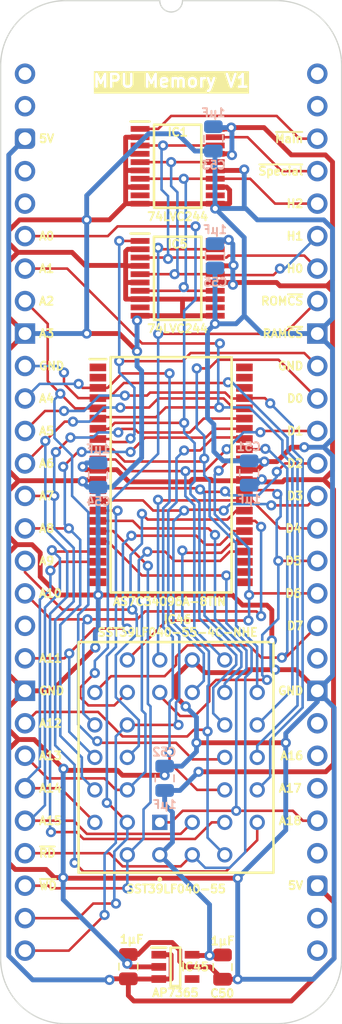
<source format=kicad_pcb>
(kicad_pcb (version 20240108) (generator "pcbnew") (generator_version "8.0")
  (title_block (title "MPU Memory") (date "2024-02-14") (rev "V1"))
  (layers (0 "F.Cu" signal) (31 "B.Cu" signal) (34 "B.Paste" user) (35 "F.Paste" user) (36 "B.SilkS" user "B.Silkscreen") (37 "F.SilkS" user "F.Silkscreen") (38 "B.Mask" user) (39 "F.Mask" user) (44 "Edge.Cuts" user))
  (net 0 "")
  (net 3 "/3.3V")
  (net 13 "5V")
  (net 14 "GND")
  (net 15 "A4")
  (net 16 "A3")
  (net 17 "A2")
  (net 18 "A1")
  (net 19 "A0")
  (net 20 "~{RAM_{CS}}")
  (net 21 "D0")
  (net 22 "D1")
  (net 23 "D2")
  (net 24 "D3")
  (net 25 "~{WD}")
  (net 26 "A18")
  (net 27 "A17")
  (net 28 "A16")
  (net 29 "A15")
  (net 30 "A14")
  (net 31 "A13")
  (net 32 "A12")
  (net 33 "A11")
  (net 34 "A10")
  (net 35 "A9")
  (net 36 "D4")
  (net 37 "D5")
  (net 38 "D6")
  (net 39 "D7")
  (net 40 "~{RD}")
  (net 41 "A8")
  (net 42 "A7")
  (net 43 "A6")
  (net 44 "A5")
  (net 45 "~{ROM_{CS}}")
  (net 46 "CH0_{OUT}")
  (net 47 "CH1_{OUT}")
  (net 48 "CH2_{OUT}")
  (net 51 "~{Main}")
  (net 52 "~{Special}")
  (footprint "SamacSys_Parts:5408803224008" (layer "F.Cu") (at 96.901 129.667)
    (property "Reference" "IC46")
    (property "Value" "SST39LF040-55-4C-NHE")
  )
  (footprint "SamacSys_Parts:SOT95P285X130-5N" (layer "F.Cu") (at 98.125 140.97)
    (property "Reference" "IC45")
    (property "Value" "AP7365-33WG-7" (hide yes))
  )
  (footprint "SamacSys_Parts:C_0805" (layer "F.Cu") (at 94.442 140.97)
    (property "Reference" "C49" (hide yes))
    (property "Value" "1μF")
  )
  (footprint "SamacSys_Parts:SOP65P640X110-20N" (layer "F.Cu") (at 98.298 87.122)
    (property "Reference" "IC5")
    (property "Value" "74LVC244APW,118" (hide yes))
  )
  (footprint "SamacSys_Parts:DIP-56_Board_W22.86mm" (layer "F.Cu") (at 86.36 71.12)
    (property "Reference" "J8" (hide yes))
    (property "Value" "Conn_02x28_Counter_Clockwise" (hide yes))
    (fp_line (start -1.905 -0.635) (end -1.905 69.215) (stroke (width 0.1)) (layer "Edge.Cuts"))
    (fp_line (start 10.541 -5.715) (end 3.175 -5.715) (stroke (width 0.1)) (layer "Edge.Cuts"))
    (fp_line (start 19.685 -5.715) (end 12.319 -5.715) (stroke (width 0.1)) (layer "Edge.Cuts"))
    (fp_line (start 19.685 74.295) (end 3.175 74.295) (stroke (width 0.1)) (layer "Edge.Cuts"))
    (fp_line (start 24.765 69.215) (end 24.765 -0.635) (stroke (width 0.1)) (layer "Edge.Cuts"))
    (fp_arc (start -1.905 -0.635) (mid -0.417102 -4.227102) (end 3.175 -5.715) (stroke (width 0.1)) (layer "Edge.Cuts"))
    (fp_arc (start 3.175 74.295) (mid -0.417102 72.807102) (end -1.905 69.215) (stroke (width 0.1)) (layer "Edge.Cuts"))
    (fp_arc (start 12.319 -5.715) (mid 11.43 -4.826) (end 10.541 -5.715) (stroke (width 0.1)) (layer "Edge.Cuts"))
    (fp_arc (start 19.685 -5.715) (mid 23.277102 -4.227102) (end 24.765 -0.635) (stroke (width 0.1)) (layer "Edge.Cuts"))
    (fp_arc (start 24.765 69.215) (mid 23.277102 72.807102) (end 19.685 74.295) (stroke (width 0.1)) (layer "Edge.Cuts"))
  )
  (footprint "SamacSys_Parts:SOP65P640X110-20N" (layer "F.Cu") (at 98.298 78.359)
    (property "Reference" "IC1")
    (property "Value" "74LVC244APW,118" (hide yes))
  )
  (footprint "SamacSys_Parts:C_0805" (layer "F.Cu") (at 101.808 140.97 180)
    (property "Reference" "C50")
    (property "Value" "1μF")
  )
  (footprint "SamacSys_Parts:SOP80P1176X120-44N" (layer "F.Cu") (at 97.79 102.489)
    (property "Reference" "IC25" (hide yes))
    (property "Value" "AS7C34096A-8TIN")
  )
  (footprint "SamacSys_Parts:C_0805" (layer "B.Cu") (at 92.075 102.489)
    (property "Reference" "C54")
    (property "Value" "1μF")
  )
  (footprint "SamacSys_Parts:C_0805" (layer "B.Cu") (at 97.282 126.238 180)
    (property "Reference" "C52")
    (property "Value" "1μF")
  )
  (footprint "SamacSys_Parts:C_0805" (layer "B.Cu") (at 103.886 102.362 180)
    (property "Reference" "C51")
    (property "Value" "1μF")
  )
  (footprint "SamacSys_Parts:C_0805" (layer "B.Cu") (at 101.219 85.344)
    (property "Reference" "C55")
    (property "Value" "1μF")
  )
  (footprint "SamacSys_Parts:C_0805" (layer "B.Cu") (at 101.092 76.2)
    (property "Reference" "C53")
    (property "Value" "1μF")
  )
  (footprint "SamacSys_Parts:PinHeader_1x28_P2.54mm_Vertical" (layer "B.Cu") (at 109.22 71.12 180)
    (property "Reference" "J2" (hide yes))
    (property "Value" "Pin_Header_01x20")
  )
  (footprint "SamacSys_Parts:PinHeader_1x28_P2.54mm_Vertical" (layer "B.Cu") (at 86.36 71.12 180)
    (property "Reference" "J1" (hide yes))
    (property "Value" "Pin_Header_01x20")
  )
  (gr_text "GND" (at 87.376 93.98 0) (layer "F.SilkS") (effects (font (size 0.635 0.635)) (justify left)))
  (gr_text "D2" (at 108.204 101.6 0) (layer "F.SilkS") (effects (font (size 0.635 0.635)) (justify right)))
  (gr_text "A11" (at 87.376 116.84 0) (layer "F.SilkS") (effects (font (size 0.635 0.635)) (justify left)))
  (gr_text "GND" (at 108.204 93.98 0) (layer "F.SilkS") (effects (font (size 0.635 0.635)) (justify right)))
  (gr_text "~{Main}" (at 108.204 76.2 0) (layer "F.SilkS") (effects (font (size 0.635 0.635)) (justify right)))
  (gr_text "A14" (at 87.376 127 0) (layer "F.SilkS") (effects (font (size 0.635 0.635)) (justify left)))
  (gr_text "MPU Memory V1" (at 97.79 72.263 0) (layer "F.SilkS" knockout) (effects (font (size 1 1) (thickness 0.2) (bold yes)) (justify bottom)))
  (gr_text "D6" (at 108.077 111.76 0) (layer "F.SilkS") (effects (font (size 0.635 0.635)) (justify right)))
  (gr_text "A7" (at 87.376 104.14 0) (layer "F.SilkS") (effects (font (size 0.635 0.635)) (justify left)))
  (gr_text "D1" (at 108.204 99.06 0) (layer "F.SilkS") (effects (font (size 0.635 0.635)) (justify right)))
  (gr_text "A0" (at 87.376 83.82 0) (layer "F.SilkS") (effects (font (size 0.635 0.635)) (justify left)))
  (gr_text "A16" (at 108.204 124.46 0) (layer "F.SilkS") (effects (font (size 0.635 0.635)) (justify right)))
  (gr_text "A5" (at 87.376 99.06 0) (layer "F.SilkS") (effects (font (size 0.635 0.635)) (justify left)))
  (gr_text "A13" (at 87.376 124.46 0) (layer "F.SilkS") (effects (font (size 0.635 0.635)) (justify left)))
  (gr_text "A4" (at 87.376 96.52 0) (layer "F.SilkS") (effects (font (size 0.635 0.635)) (justify left)))
  (gr_text "A3" (at 87.376 91.44 0) (layer "F.SilkS") (effects (font (size 0.635 0.635)) (justify left)))
  (gr_text "A9" (at 87.376 109.22 0) (layer "F.SilkS") (effects (font (size 0.635 0.635)) (justify left)))
  (gr_text "H1" (at 108.204 83.82 0) (layer "F.SilkS") (effects (font (size 0.635 0.635)) (justify right)))
  (gr_text "D0" (at 108.204 96.52 0) (layer "F.SilkS") (effects (font (size 0.635 0.635)) (justify right)))
  (gr_text "A1" (at 87.376 86.36 0) (layer "F.SilkS") (effects (font (size 0.635 0.635)) (justify left)))
  (gr_text "H2" (at 108.204 81.28 0) (layer "F.SilkS") (effects (font (size 0.635 0.635)) (justify right)))
  (gr_text "A8" (at 87.376 106.68 0) (layer "F.SilkS") (effects (font (size 0.635 0.635)) (justify left)))
  (gr_text "A17" (at 108.077 127 0) (layer "F.SilkS") (effects (font (size 0.635 0.635)) (justify right)))
  (gr_text "~{Special}" (at 108.204 78.74 0) (layer "F.SilkS") (effects (font (size 0.635 0.635)) (justify right)))
  (gr_text "ROM~{CS}" (at 108.204 88.9 0) (layer "F.SilkS") (effects (font (size 0.635 0.635)) (justify right)))
  (gr_text "~{RD}" (at 87.376 132.08 0) (layer "F.SilkS") (effects (font (size 0.635 0.635)) (justify left)))
  (gr_text "RAM~{CS}" (at 108.204 91.44 0) (layer "F.SilkS") (effects (font (size 0.635 0.635)) (justify right)))
  (gr_text "~{WD}" (at 87.376 134.62 0) (layer "F.SilkS") (effects (font (size 0.635 0.635)) (justify left)))
  (gr_text "GND" (at 108.204 119.38 0) (layer "F.SilkS") (effects (font (size 0.635 0.635)) (justify right)))
  (gr_text "A10" (at 87.376 111.76 0) (layer "F.SilkS") (effects (font (size 0.635 0.635)) (justify left)))
  (gr_text "H0" (at 108.204 86.36 0) (layer "F.SilkS") (effects (font (size 0.635 0.635)) (justify right)))
  (gr_text "D3" (at 108.204 104.14 0) (layer "F.SilkS") (effects (font (size 0.635 0.635)) (justify right)))
  (gr_text "5V" (at 87.376 76.2 0) (layer "F.SilkS") (effects (font (size 0.635 0.635)) (justify left)))
  (gr_text "A6" (at 87.376 101.6 0) (layer "F.SilkS") (effects (font (size 0.635 0.635)) (justify left)))
  (gr_text "A15" (at 87.376 129.54 0) (layer "F.SilkS") (effects (font (size 0.635 0.635)) (justify left)))
  (gr_text "D4" (at 108.077 106.68 0) (layer "F.SilkS") (effects (font (size 0.635 0.635)) (justify right)))
  (gr_text "D7" (at 108.204 114.3 0) (layer "F.SilkS") (effects (font (size 0.635 0.635)) (justify right)))
  (gr_text "GND" (at 87.376 119.38 0) (layer "F.SilkS") (effects (font (size 0.635 0.635)) (justify left)))
  (gr_text "D5" (at 108.077 109.22 0) (layer "F.SilkS") (effects (font (size 0.635 0.635)) (justify right)))
  (gr_text "A2" (at 87.376 88.9 0) (layer "F.SilkS") (effects (font (size 0.635 0.635)) (justify left)))
  (gr_text "5V" (at 108.191 134.607 0) (layer "F.SilkS") (effects (font (size 0.635 0.635)) (justify right)))
  (gr_text "A18" (at 108.077 129.54 0) (layer "F.SilkS") (effects (font (size 0.635 0.635)) (justify right)))
  (gr_text "A12" (at 87.376 121.92 0) (layer "F.SilkS") (effects (font (size 0.635 0.635)) (justify left)))
  (segment (start 93.543698 102.089) (end 92.062 102.089) (width 0.38) (layer "F.Cu") (net 3))
  (segment (start 110.49 125.107229) (end 109.883733 125.713496) (width 0.38) (layer "F.Cu") (net 3))
  (segment (start 99.45294 102.842) (end 99.25594 103.039) (width 0.38) (layer "F.Cu") (net 3))
  (segment (start 100.792 140.081) (end 99.486 140.081) (width 0.38) (layer "F.Cu") (net 3))
  (segment (start 105.052 75.334) (end 102.489 75.334) (width 0.38) (layer "F.Cu") (net 3))
  (segment (start 94.493698 103.039) (end 93.543698 102.089) (width 0.38) (layer "F.Cu") (net 3))
  (segment (start 107.188 77.47) (end 105.052 75.334) (width 0.38) (layer "F.Cu") (net 3))
  (segment (start 110.49 103.632) (end 110.49 125.107229) (width 0.38) (layer "F.Cu") (net 3))
  (segment (start 101.236 87.447) (end 102.445 87.447) (width 0.38) (layer "F.Cu") (net 3))
  (segment (start 109.728 102.87) (end 110.41 102.188) (width 0.38) (layer "F.Cu") (net 3))
  (segment (start 110.41 102.188) (end 110.41 88.138) (width 0.38) (layer "F.Cu") (net 3))
  (segment (start 101.236 86.147) (end 102.624 86.147) (width 0.38) (layer "F.Cu") (net 3))
  (segment (start 109.855 77.47) (end 107.188 77.47) (width 0.38) (layer "F.Cu") (net 3))
  (segment (start 101.236 84.197) (end 102.205401 84.197) (width 0.38) (layer "F.Cu") (net 3))
  (segment (start 106.677101 102.87) (end 109.728 102.87) (width 0.38) (layer "F.Cu") (net 3))
  (segment (start 109.728 102.87) (end 110.49 103.632) (width 0.38) (layer "F.Cu") (net 3))
  (segment (start 92.062 102.089) (end 91.110292 102.089) (width 0.38) (layer "F.Cu") (net 3))
  (segment (start 102.448679 77.384) (end 102.544 77.479321) (width 0.38) (layer "F.Cu") (net 3))
  (segment (start 106.505407 103.041694) (end 106.677101 102.87) (width 0.38) (layer "F.Cu") (net 3))
  (segment (start 100.792 140.081) (end 101.763 140.081) (width 0.38) (layer "F.Cu") (net 3))
  (segment (start 110.41 88.138) (end 109.982 87.71) (width 0.38) (layer "F.Cu") (net 3))
  (segment (start 101.24 75.438) (end 102.385 75.438) (width 0.38) (layer "F.Cu") (net 3))
  (segment (start 91.110292 102.089) (end 90.872314 101.851022) (width 0.38) (layer "F.Cu") (net 3))
  (segment (start 100.89206 102.842) (end 99.45294 102.842) (width 0.38) (layer "F.Cu") (net 3))
  (segment (start 106.036 87.447) (end 102.787 87.447) (width 0.38) (layer "F.Cu") (net 3))
  (segment (start 99.25594 103.039) (end 94.493698 103.039) (width 0.38) (layer "F.Cu") (net 3))
  (segment (start 110.41 78.025) (end 109.855 77.47) (width 0.38) (layer "F.Cu") (net 3))
  (segment (start 102.205401 84.197) (end 102.290084 84.112317) (width 0.38) (layer "F.Cu") (net 3))
  (segment (start 103.358481 102.954519) (end 101.004579 102.954519) (width 0.38) (layer "F.Cu") (net 3))
  (segment (start 106.299 87.71) (end 106.036 87.447) (width 0.38) (layer "F.Cu") (net 3))
  (segment (start 110.41 87.282) (end 110.41 78.025) (width 0.38) (layer "F.Cu") (net 3))
  (segment (start 102.385 75.438) (end 102.489 75.334) (width 0.38) (layer "F.Cu") (net 3))
  (segment (start 105.073694 103.041694) (end 106.505407 103.041694) (width 0.38) (layer "F.Cu") (net 3))
  (segment (start 109.883733 125.713496) (end 99.932492 125.713496) (width 0.38) (layer "F.Cu") (net 3))
  (segment (start 101.004579 102.954519) (end 100.89206 102.842) (width 0.38) (layer "F.Cu") (net 3))
  (segment (start 102.787 87.447) (end 102.616 87.618) (width 0.38) (layer "F.Cu") (net 3))
  (segment (start 101.236 77.384) (end 102.448679 77.384) (width 0.38) (layer "F.Cu") (net 3))
  (segment (start 102.624 86.147) (end 102.665 86.106) (width 0.38) (layer "F.Cu") (net 3))
  (segment (start 104.83005 102.889) (end 104.875525 102.843525) (width 0.38) (layer "F.Cu") (net 3))
  (segment (start 109.982 87.71) (end 106.299 87.71) (width 0.38) (layer "F.Cu") (net 3))
  (segment (start 109.982 87.71) (end 110.41 87.282) (width 0.38) (layer "F.Cu") (net 3))
  (segment (start 104.875525 102.843525) (end 105.073694 103.041694) (width 0.38) (layer "F.Cu") (net 3))
  (segment (start 103.518 102.889) (end 104.83005 102.889) (width 0.38) (layer "F.Cu") (net 3))
  (segment (start 102.445 87.447) (end 102.616 87.618) (width 0.38) (layer "F.Cu") (net 3))
  (via (at 100.792 140.081) (size 0.8) (drill 0.4) (layers "F.Cu" "B.Cu") (net 3))
  (via (at 102.290084 84.112317) (size 0.8) (drill 0.4) (layers "F.Cu" "B.Cu") (net 3))
  (via (at 104.875525 102.843525) (size 0.8) (drill 0.4) (layers "F.Cu" "B.Cu") (net 3))
  (via (at 99.932492 125.713496) (size 0.8) (drill 0.4) (layers "F.Cu" "B.Cu") (net 3))
  (via (at 102.544 77.479321) (size 0.8) (drill 0.4) (layers "F.Cu" "B.Cu") (net 3))
  (via (at 102.665 86.106) (size 0.8) (drill 0.4) (layers "F.Cu" "B.Cu") (net 3))
  (via (at 102.616 87.618) (size 0.8) (drill 0.4) (layers "F.Cu" "B.Cu") (net 3))
  (via (at 102.489 75.334) (size 0.8) (drill 0.4) (layers "F.Cu" "B.Cu") (net 3))
  (via (at 90.872314 101.851022) (size 0.8) (drill 0.4) (layers "F.Cu" "B.Cu") (net 3))
  (segment (start 100.792 136.098) (end 96.901 132.207) (width 0.38) (layer "B.Cu") (net 3))
  (segment (start 91.168336 101.555) (end 90.872314 101.851022) (width 0.38) (layer "B.Cu") (net 3))
  (segment (start 97.282 127.172) (end 98.473988 127.172) (width 0.38) (layer "B.Cu") (net 3))
  (segment (start 100.792 140.081) (end 100.792 136.098) (width 0.38) (layer "B.Cu") (net 3))
  (segment (start 98.473988 127.172) (end 99.932492 125.713496) (width 0.38) (layer "B.Cu") (net 3))
  (segment (start 102.616 86.057) (end 102.665 86.106) (width 0.38) (layer "B.Cu") (net 3))
  (segment (start 92.075 101.555) (end 91.168336 101.555) (width 0.38) (layer "B.Cu") (net 3))
  (segment (start 96.901 132.207) (end 97.891 131.217) (width 0.38) (layer "B.Cu") (net 3))
  (segment (start 97.282 128.27) (end 97.282 127.172) (width 0.38) (layer "B.Cu") (net 3))
  (segment (start 97.891 131.217) (end 97.891 128.879) (width 0.38) (layer "B.Cu") (net 3))
  (segment (start 102.544 77.479321) (end 102.544 75.389) (width 0.38) (layer "B.Cu") (net 3))
  (segment (start 102.616 84.438233) (end 102.616 86.057) (width 0.38) (layer "B.Cu") (net 3))
  (segment (start 97.891 128.879) (end 97.282 128.27) (width 0.38) (layer "B.Cu") (net 3))
  (segment (start 102.616 87.618) (end 102.616 86.155) (width 0.38) (layer "B.Cu") (net 3))
  (segment (start 101.16 75.334) (end 102.489 75.334) (width 0.38) (layer "B.Cu") (net 3))
  (segment (start 102.616 86.155) (end 102.665 86.106) (width 0.38) (layer "B.Cu") (net 3))
  (segment (start 102.544 75.389) (end 102.489 75.334) (width 0.38) (layer "B.Cu") (net 3))
  (segment (start 102.290084 84.112317) (end 101.516683 84.112317) (width 0.38) (layer "B.Cu") (net 3))
  (segment (start 102.290084 84.112317) (end 102.616 84.438233) (width 0.38) (layer "B.Cu") (net 3))
  (segment (start 104.42305 103.296) (end 104.875525 102.843525) (width 0.38) (layer "B.Cu") (net 3))
  (segment (start 93.046 141.904) (end 92.964 141.986) (width 0.38) (layer "F.Cu") (net 13))
  (segment (start 94.442 141.904) (end 93.046 141.904) (width 0.38) (layer "F.Cu") (net 13))
  (segment (start 110.535 140.29) (end 110.535 135.935) (width 0.38) (layer "F.Cu") (net 13))
  (segment (start 97.78 141.92) (end 96.825 141.92) (width 0.38) (layer "F.Cu") (net 13))
  (segment (start 94.442 143.21) (end 94.869 143.637) (width 0.38) (layer "F.Cu") (net 13))
  (segment (start 94.442 141.904) (end 94.442 143.21) (width 0.38) (layer "F.Cu") (net 13))
  (segment (start 110.535 135.935) (end 109.22 134.62) (width 0.38) (layer "F.Cu") (net 13))
  (segment (start 97.79 141.91) (end 97.78 141.92) (width 0.38) (layer "F.Cu") (net 13))
  (segment (start 107.188 143.637) (end 110.535 140.29) (width 0.38) (layer "F.Cu") (net 13))
  (segment (start 97.79 140.03) (end 97.79 141.91) (width 0.38) (layer "F.Cu") (net 13))
  (segment (start 96.825 140.02) (end 97.78 140.02) (width 0.38) (layer "F.Cu") (net 13))
  (segment (start 97.78 140.02) (end 97.79 140.03) (width 0.38) (layer "F.Cu") (net 13))
  (segment (start 96.825 141.92) (end 94.458 141.92) (width 0.38) (layer "F.Cu") (net 13))
  (segment (start 94.869 143.637) (end 107.188 143.637) (width 0.38) (layer "F.Cu") (net 13))
  (via (at 92.964 141.986) (size 0.8) (drill 0.4) (layers "F.Cu" "B.Cu") (net 13))
  (segment (start 85.09 140.112915) (end 85.09 77.47) (width 0.38) (layer "B.Cu") (net 13))
  (segment (start 86.963085 141.986) (end 85.09 140.112915) (width 0.38) (layer "B.Cu") (net 13))
  (segment (start 85.09 77.47) (end 86.36 76.2) (width 0.38) (layer "B.Cu") (net 13))
  (segment (start 92.964 141.986) (end 86.963085 141.986) (width 0.38) (layer "B.Cu") (net 13))
  (segment (start 90.873 102.997) (end 90.826 102.95) (width 0.38) (layer "F.Cu") (net 14))
  (segment (start 94.2425 87.447) (end 95.36 87.447) (width 0.38) (layer "F.Cu") (net 14))
  (segment (start 92.9565 82.55) (end 91.186 82.55) (width 0.38) (layer "F.Cu") (net 14))
  (segment (start 89.498608 125.603) (end 89.372603 125.476995) (width 0.38) (layer "F.Cu") (net 14))
  (segment (start 94.2325 78.694) (end 94.2425 78.684) (width 0.38) (layer "F.Cu") (net 14))
  (segment (start 87.085612 123.19) (end 89.372603 125.476991) (width 0.38) (layer "F.Cu") (net 14))
  (segment (start 95.2 140.004) (end 96.139 139.065) (width 0.38) (layer "F.Cu") (net 14))
  (segment (start 104.5455 102.089) (end 105.082475 101.552025) (width 0.38) (layer "F.Cu") (net 14))
  (segment (start 105.283 112.679) (end 103.372374 112.679) (width 0.38) (layer "F.Cu") (net 14))
  (segment (start 85.09 102.172915) (end 85.09 92.71) (width 0.38) (layer "F.Cu") (net 14))
  (segment (start 102.3635 80.216964) (end 102.130536 79.984) (width 0.38) (layer "F.Cu") (net 14))
  (segment (start 85.09 90.17) (end 86.36 91.44) (width 0.38) (layer "F.Cu") (net 14))
  (segment (start 96.897 90.047) (end 95.36 90.047) (width 0.38) (layer "F.Cu") (net 14))
  (segment (start 98.171 119.846874) (end 98.171 118.237) (width 0.38) (layer "F.Cu") (net 14))
  (segment (start 94.442 140.004) (end 95.2 140.004) (width 0.38) (layer "F.Cu") (net 14))
  (segment (start 98.46 139.654) (end 98.46 140.543) (width 0.38) (layer "F.Cu") (net 14))
  (segment (start 88.473621 119.38) (end 91.858233 115.995388) (width 0.38) (layer "F.Cu") (net 14))
  (segment (start 85.09 122.428) (end 85.09 120.65) (width 0.38) (layer "F.Cu") (net 14))
  (segment (start 93.599 125.603) (end 89.498608 125.603) (width 0.38) (layer "F.Cu") (net 14))
  (segment (start 101.236 90.047) (end 101.236 90.660982) (width 0.38) (layer "F.Cu") (net 14))
  (segment (start 107.188001 100.329999) (end 108.203999 100.329999) (width 0.38) (layer "F.Cu") (net 14))
  (segment (start 101.236 81.284) (end 102.3535 81.284) (width 0.38) (layer "F.Cu") (net 14))
  (segment (start 94.2675 79.984) (end 94.2325 79.949) (width 0.38) (layer "F.Cu") (net 14))
  (segment (start 94.2325 87.437) (end 94.2325 86.182) (width 0.38) (layer "F.Cu") (net 14))
  (segment (start 94.2425 78.684) (end 94.2325 78.674) (width 0.38) (layer "F.Cu") (net 14))
  (segment (start 86.36 119.38) (end 88.473621 119.38) (width 0.38) (layer "F.Cu") (net 14))
  (segment (start 98.171 118.237) (end 99.441 116.967) (width 0.38) (layer "F.Cu") (net 14))
  (segment (start 94.2675 86.147) (end 95.36 86.147) (width 0.38) (layer "F.Cu") (net 14))
  (segment (start 85.09 92.71) (end 86.36 91.44) (width 0.38) (layer "F.Cu") (net 14))
  (segment (start 94.2325 76.094) (end 94.2425 76.084) (width 0.38) (layer "F.Cu") (net 14))
  (segment (start 102.130536 79.984) (end 101.236 79.984) (width 0.38) (layer "F.Cu") (net 14))
  (segment (start 102.996998 134.034002) (end 102.997 134.034) (width 0.38) (layer "F.Cu") (net 14))
  (segment (start 94.2325 81.274) (end 94.2325 80.019) (width 0.38) (layer "F.Cu") (net 14))
  (segment (start 98.922719 120.598593) (end 98.171 119.846874) (width 0.38) (layer "F.Cu") (net 14))
  (segment (start 94.615 140.97) (end 96.825 140.97) (width 0.38) (layer "F.Cu") (net 14))
  (segment (start 85.09 103.727085) (end 85.09 107.315) (width 0.38) (layer "F.Cu") (net 14))
  (segment (start 105.664 113.06) (end 105.283 112.679) (width 0.38) (layer "F.Cu") (net 14))
  (segment (start 94.2325 81.274) (end 92.9565 82.55) (width 0.38) (layer "F.Cu") (net 14))
  (segment (start 94.2675 79.984) (end 95.36 79.984) (width 0.38) (layer "F.Cu") (net 14))
  (segment (start 102.580374 111.887) (end 92.087 111.887) (width 0.38) (layer "F.Cu") (net 14))
  (segment (start 94.39494 84.847) (end 95.36 84.847) (width 0.38) (layer "F.Cu") (net 14))
  (segment (start 94.2675 86.147) (end 94.2325 86.112) (width 0.38) (layer "F.Cu") (net 14))
  (segment (start 94.2325 88.737) (end 94.2325 87.457) (width 0.38) (layer "F.Cu") (net 14))
  (segment (start 85.947085 123.19) (end 87.085612 123.19) (width 0.38) (layer "F.Cu") (net 14))
  (segment (start 94.3185 77.384) (end 95.36 77.384) (width 0.38) (layer "F.Cu") (net 14))
  (segment (start 94.2325 78.674) (end 94.2325 77.47) (width 0.38) (layer "F.Cu") (net 14))
  (segment (start 85.852 123.19) (end 85.09 123.952) (width 0.38) (layer "F.Cu") (net 14))
  (segment (start 88.646 133.985) (end 89.346006 133.985) (width 0.38) (layer "F.Cu") (net 14))
  (segment (start 94.361 140.716) (end 94.615 140.97) (width 0.38) (layer "F.Cu") (net 14))
  (segment (start 85.805 85.09) (end 85.09 85.805) (width 0.38) (layer "F.Cu") (net 14))
  (segment (start 97.281996 125.984) (end 93.98 125.984) (width 0.38) (layer "F.Cu") (net 14))
  (segment (start 91.065 86.112) (end 90.043 85.09) (width 0.38) (layer "F.Cu") (net 14))
  (segment (start 89.346006 133.985) (end 89.395008 134.034002) (width 0.38) (layer "F.Cu") (net 14))
  (segment (start 95.36 88.747) (end 94.2425 88.747) (width 0.38) (layer "F.Cu") (net 14))
  (segment (start 85.09 84.375) (end 85.805 85.09) (width 0.38) (layer "F.Cu") (net 14))
  (segment (start 94.2425 87.447) (end 94.2325 87.437) (width 0.38) (layer "F.Cu") (net 14))
  (segment (start 94.2325 79.949) (end 94.2325 78.694) (width 0.38) (layer "F.Cu") (net 14))
  (segment (start 107.569 117.729) (end 105.918 117.729) (width 0.38) (layer "F.Cu") (net 14))
  (segment (start 94.2325 87.457) (end 94.2425 87.447) (width 0.38) (layer "F.Cu") (net 14))
  (segment (start 98.679 90.047) (end 96.905 90.047) (width 0.38) (layer "F.Cu") (net 14))
  (segment (start 85.09 108.585) (end 85.09 118.11) (width 0.38) (layer "F.Cu") (net 14))
  (segment (start 102.3535 81.284) (end 102.3635 81.274) (width 0.38) (layer "F.Cu") (net 14))
  (segment (start 101.236 90.047) (end 98.679 90.047) (width 0.38) (layer "F.Cu") (net 14))
  (segment (start 99.441 116.967) (end 100.431 117.957) (width 0.38) (layer "F.Cu") (net 14))
  (segment (start 85.09 85.805) (end 85.09 90.17) (width 0.38) (layer "F.Cu") (net 14))
  (segment (start 85.867085 102.95) (end 85.09 103.727085) (width 0.38) (layer "F.Cu") (net 14))
  (segment (start 89.395008 134.034002) (end 102.996998 134.034002) (width 0.38) (layer "F.Cu") (net 14))
  (segment (start 101.808 141.936) (end 102.997 141.936) (width 0.38) (layer "F.Cu") (net 14))
  (segment (start 94.2325 77.47) (end 94.3185 77.384) (width 0.38) (layer "F.Cu") (net 14))
  (segment (start 89.372603 125.476991) (end 89.372603 125.476995) (width 0.38) (layer "F.Cu") (net 14))
  (segment (start 90.826 102.95) (end 85.867085 102.95) (width 0.38) (layer "F.Cu") (net 14))
  (segment (start 96.905 90.047) (end 96.901 90.043) (width 0.38) (layer "F.Cu") (net 14))
  (segment (start 97.871 139.065) (end 98.46 139.654) (width 0.38) (layer "F.Cu") (net 14))
  (segment (start 85.09 83.394) (end 85.09 84.375) (width 0.38) (layer "F.Cu") (net 14))
  (segment (start 85.934 82.55) (end 91.186 82.55) (width 0.38) (layer "F.Cu") (net 14))
  (segment (start 98.679 90.047) (end 98.679 88.747) (width 0.38) (layer "F.Cu") (net 14))
  (segment (start 105.082475 101.454296) (end 106.063704 101.454296) (width 0.38) (layer "F.Cu") (net 14))
  (segment (start 94.2325 86.112) (end 91.065 86.112) (width 0.38) (layer "F.Cu") (net 14))
  (segment (start 103.434 78.684) (end 103.505 78.613) (width 0.38) (layer "F.Cu") (net 14))
  (segment (start 85.867085 102.95) (end 85.09 102.172915) (width 0.38) (layer "F.Cu") (net 14))
  (segment (start 103.518 102.089) (end 104.5455 102.089) (width 0.38) (layer "F.Cu") (net 14))
  (segment (start 94.2325 77.349) (end 94.2325 76.094) (width 0.38) (layer "F.Cu") (net 14))
  (segment (start 101.236 81.284) (end 101.236 81.661) (width 0.38) (layer "F.Cu") (net 14))
  (segment (start 100.842 140.97) (end 101.808 141.936) (width 0.38) (layer "F.Cu") (net 14))
  (segment (start 94.2425 78.684) (end 95.36 78.684) (width 0.38) (layer "F.Cu") (net 14))
  (segment (start 94.2325 86.112) (end 94.2325 85.00944) (width 0.38) (layer "F.Cu") (net 14))
  (segment (start 94.2425 88.747) (end 94.2325 88.737) (width 0.38) (layer "F.Cu") (net 14))
  (segment (start 94.3185 77.384) (end 94.2675 77.384) (width 0.38) (layer "F.Cu") (net 14))
  (segment (start 96.139 139.065) (end 97.871 139.065) (width 0.38) (layer "F.Cu") (net 14))
  (segment (start 103.632 117.957) (end 103.86 117.729) (width 0.38) (layer "F.Cu") (net 14))
  (segment (start 102.3635 81.274) (end 102.3635 80.216964) (width 0.38) (layer "F.Cu") (net 14))
  (segment (start 103.372374 112.679) (end 102.580374 111.887) (width 0.38) (layer "F.Cu") (net 14))
  (segment (start 106.063704 101.454296) (end 107.188001 100.329999) (width 0.38) (layer "F.Cu") (net 14))
  (segment (start 94.2675 77.384) (end 94.2325 77.349) (width 0.38) (layer "F.Cu") (net 14))
  (segment (start 87.55 110.45494) (end 88.98206 111.887) (width 0.38) (layer "F.Cu") (net 14))
  (segment (start 85.598 133.35) (end 88.011 133.35) (width 0.38) (layer "F.Cu") (net 14))
  (segment (start 94.2325 80.019) (end 94.2675 79.984) (width 0.38) (layer "F.Cu") (net 14))
  (segment (start 106.753387 123.444) (end 99.770863 123.444) (width 0.38) (layer "F.Cu") (net 14))
  (segment (start 101.236 78.684) (end 103.434 78.684) (width 0.38) (layer "F.Cu") (net 14))
  (segment (start 105.664 115.443004) (end 105.664 113.06) (width 0.38) (layer "F.Cu") (net 14))
  (segment (start 98.887 140.97) (end 100.842 140.97) (width 0.38) (layer "F.Cu") (net 14))
  (segment (start 85.852 123.19) (end 85.09 122.428) (width 0.38) (layer "F.Cu") (net 14))
  (segment (start 85.725 107.95) (end 85.09 108.585) (width 0.38) (layer "F.Cu") (net 14))
  (segment (start 103.86 117.729) (end 105.918 117.729) (width 0.38) (layer "F.Cu") (net 14))
  (segment (start 85.725 107.95) (end 86.915 107.95) (width 0.38) (layer "F.Cu") (net 14))
  (segment (start 85.09 118.11) (end 86.36 119.38) (width 0.38) (layer "F.Cu") (net 14))
  (segment (start 94.2425 76.084) (end 95.36 76.084) (width 0.38) (layer "F.Cu") (net 14))
  (segment (start 95.36 81.284) (end 94.2425 81.284) (width 0.38) (layer "F.Cu") (net 14))
  (segment (start 94.2325 86.182) (end 94.2675 86.147) (width 0.38) (layer "F.Cu") (net 14))
  (segment (start 88.98206 111.887) (end 92.087 111.887) (width 0.38) (layer "F.Cu") (net 14))
  (segment (start 109.22 119.38) (end 107.569 117.729) (width 0.38) (layer "F.Cu") (net 14))
  (segment (start 87.55 108.585) (end 87.55 110.45494) (width 0.38) (layer "F.Cu") (net 14))
  (segment (start 100.431 117.957) (end 103.632 117.957) (width 0.38) (layer "F.Cu") (net 14))
  (segment (start 101.236 90.660982) (end 101.219 90.677982) (width 0.38) (layer "F.Cu") (net 14))
  (segment (start 88.011 133.35) (end 88.646 133.985) (width 0.38) (layer "F.Cu") (net 14))
  (segment (start 93.725999 91.440001) (end 91.186001 91.440001) (width 0.38) (layer "F.Cu") (net 14))
  (segment (start 94.2425 81.284) (end 94.2325 81.274) (width 0.38) (layer "F.Cu") (net 14))
  (segment (start 85.934 82.55) (end 85.09 83.394) (width 0.38) (layer "F.Cu") (net 14))
  (segment (start 105.082475 101.552025) (end 105.082475 101.454296) (width 0.38) (layer "F.Cu") (net 14))
  (segment (start 85.09 120.65) (end 86.36 119.38) (width 0.38) (layer "F.Cu") (net 14))
  (segment (start 85.09 107.315) (end 85.725 107.95) (width 0.38) (layer "F.Cu") (net 14))
  (segment (start 85.947085 123.19) (end 85.852 123.19) (width 0.38) (layer "F.Cu") (net 14))
  (segment (start 101.236 88.747) (end 98.679 88.747) (width 0.38) (layer "F.Cu") (net 14))
  (segment (start 96.901 90.043) (end 96.897 90.047) (width 0.38) (layer "F.Cu") (net 14))
  (segment (start 86.915 107.95) (end 87.55 108.585) (width 0.38) (layer "F.Cu") (net 14))
  (segment (start 85.09 132.842) (end 85.598 133.35) (width 0.38) (layer "F.Cu") (net 14))
  (segment (start 95.122998 92.837) (end 93.725999 91.440001) (width 0.38) (layer "F.Cu") (net 14))
  (segment (start 98.679 88.747) (end 95.36 88.747) (width 0.38) (layer "F.Cu") (net 14))
  (segment (start 92.062 102.889) (end 90.981 102.889) (width 0.38) (layer "F.Cu") (net 14))
  (segment (start 99.770863 123.444) (end 99.770856 123.444007) (width 0.38) (layer "F.Cu") (net 14))
  (segment (start 90.981 102.889) (end 90.873 102.997) (width 0.38) (layer "F.Cu") (net 14))
  (segment (start 94.2325 85.00944) (end 94.39494 84.847) (width 0.38) (layer "F.Cu") (net 14))
  (segment (start 90.043 85.09) (end 85.805 85.09) (width 0.38) (layer "F.Cu") (net 14))
  (segment (start 85.09 123.952) (end 85.09 132.842) (width 0.38) (layer "F.Cu") (net 14))
  (segment (start 98.46 140.543) (end 98.887 140.97) (width 0.38) (layer "F.Cu") (net 14))
  (segment (start 93.98 125.984) (end 93.599 125.603) (width 0.38) (layer "F.Cu") (net 14))
  (segment (start 95.36 81.284) (end 101.236 81.284) (width 0.38) (layer "F.Cu") (net 14))
  (via (at 89.346006 133.985) (size 0.8) (drill 0.4) (layers "F.Cu" "B.Cu") (net 14))
  (via (at 89.372603 125.476995) (size 0.8) (drill 0.4) (layers "F.Cu" "B.Cu") (net 14))
  (via (at 91.858233 115.995388) (size 0.8) (drill 0.4) (layers "F.Cu" "B.Cu") (net 14))
  (via (at 90.873 102.997) (size 0.8) (drill 0.4) (layers "F.Cu" "B.Cu") (net 14))
  (via (at 103.505 78.613) (size 0.8) (drill 0.4) (layers "F.Cu" "B.Cu") (net 14))
  (via (at 91.186001 91.440001) (size 0.8) (drill 0.4) (layers "F.Cu" "B.Cu") (net 14))
  (via (at 98.922719 120.598593) (size 0.8) (drill 0.4) (layers "F.Cu" "B.Cu") (net 14))
  (via (at 101.219 90.677982) (size 0.8) (drill 0.4) (layers "F.Cu" "B.Cu") (net 14))
  (via (at 91.186 82.55) (size 0.8) (drill 0.4) (layers "F.Cu" "B.Cu") (net 14))
  (via (at 95.123 90.424) (size 0.8) (drill 0.4) (layers "F.Cu" "B.Cu") (net 14))
  (via (at 97.281996 125.984) (size 0.8) (drill 0.4) (layers "F.Cu" "B.Cu") (net 14))
  (via (at 105.664 115.443004) (size 0.8) (drill 0.4) (layers "F.Cu" "B.Cu") (net 14))
  (via (at 102.997 141.936) (size 0.8) (drill 0.4) (layers "F.Cu" "B.Cu") (net 14))
  (via (at 94.361 140.716) (size 0.8) (drill 0.4) (layers "F.Cu" "B.Cu") (net 14))
  (via (at 105.918 117.729) (size 0.8) (drill 0.4) (layers "F.Cu" "B.Cu") (net 14))
  (via (at 101.236 81.661) (size 0.8) (drill 0.4) (layers "F.Cu" "B.Cu") (net 14))
  (via (at 108.203999 100.329999) (size 0.8) (drill 0.4) (layers "F.Cu" "B.Cu") (net 14))
  (via (at 99.770856 123.444007) (size 0.8) (drill 0.4) (layers "F.Cu" "B.Cu") (net 14))
  (via (at 92.087 111.887) (size 0.8) (drill 0.4) (layers "F.Cu" "B.Cu") (net 14))
  (via (at 95.122998 92.837) (size 0.8) (drill 0.4) (layers "F.Cu" "B.Cu") (net 14))
  (via (at 102.997 134.034) (size 0.8) (drill 0.4) (layers "F.Cu" "B.Cu") (net 14))
  (via (at 106.753387 123.444) (size 0.8) (drill 0.4) (layers "F.Cu" "B.Cu") (net 14))
  (via (at 105.082475 101.454296) (size 0.8) (drill 0.4) (layers "F.Cu" "B.Cu") (net 14))
  (segment (start 110.41 90.25) (end 110.41 83.232) (width 0.38) (layer "B.Cu") (net 14))
  (segment (start 103.886 101.396) (end 105.024179 101.396) (width 0.38) (layer "B.Cu") (net 14))
  (segment (start 109.728 100.33) (end 108.204 100.33) (width 0.38) (layer "B.Cu") (net 14))
  (segment (start 101.130601 100.672399) (end 101.130601 98.541601) (width 0.38) (layer "B.Cu") (net 14))
  (segment (start 101.092 77.166) (end 99.645 77.166) (width 0.38) (layer "B.Cu") (net 14))
  (segment (start 109.22 91.44) (end 104.902 91.44) (width 0.38) (layer "B.Cu") (net 14))
  (segment (start 99.770856 121.44673) (end 99.770856 123.444007) (width 0.38) (layer "B.Cu") (net 14))
  (segment (start 91.858233 115.995388) (end 91.858233 114.770767) (width 0.38) (layer "B.Cu") (net 14))
  (segment (start 92.087 114.542) (end 92.087 111.887) (width 0.38) (layer "B.Cu") (net 14))
  (segment (start 92.075 103.455) (end 93.188953 103.455) (width 0.38) (layer "B.Cu") (net 14))
  (segment (start 95.122998 94.001624) (end 95.482374 94.361) (width 0.38) (layer "B.Cu") (net 14))
  (segment (start 103.886 101.396) (end 101.854202 101.396) (width 0.38) (layer "B.Cu") (net 14))
  (segment (start 103.505 90.043) (end 103.505 83.93) (width 0.38) (layer "B.Cu") (net 14))
  (segment (start 98.922719 120.598593) (end 99.770856 121.44673) (width 0.38) (layer "B.Cu") (net 14))
  (segment (start 97.282 125.272) (end 98.629 125.272) (width 0.38) (layer "B.Cu") (net 14))
  (segment (start 90.873 103.065) (end 90.873 102.997) (width 0.38) (layer "B.Cu") (net 14))
  (segment (start 91.263 103.455) (end 90.873 103.065) (width 0.38) (layer "B.Cu") (net 14))
  (segment (start 98.629 125.272) (end 99.770856 124.130144) (width 0.38) (layer "B.Cu") (net 14))
  (segment (start 97.282 125.983996) (end 97.281996 125.984) (width 0.38) (layer "B.Cu") (net 14))
  (segment (start 105.024179 101.396) (end 105.082475 101.454296) (width 0.38) (layer "B.Cu") (net 14))
  (segment (start 101.130601 98.541601) (end 100.633 98.044) (width 0.38) (layer "B.Cu") (net 14))
  (segment (start 110.41 83.232) (end 109.728 82.55) (width 0.38) (layer "B.Cu") (net 14))
  (segment (start 110.41 118.19) (end 109.22 119.38) (width 0.38) (layer "B.Cu") (net 14))
  (segment (start 109.728 82.55) (end 104.521 82.55) (width 0.38) (layer "B.Cu") (net 14))
  (segment (start 101.219 90.677982) (end 102.870018 90.677982) (width 0.38) (layer "B.Cu") (net 14))
  (segment (start 100.633 98.044) (end 100.633 91.263982) (width 0.38) (layer "B.Cu") (net 14))
  (segment (start 104.521 82.55) (end 103.632 81.661) (width 0.38) (layer "B.Cu") (net 14))
  (segment (start 110.41 101.012) (end 110.41 118.19) (width 0.38) (layer "B.Cu") (net 14))
  (segment (start 96.012 75.819) (end 91.186 80.645) (width 0.38) (layer "B.Cu") (net 14))
  (segment (start 91.186001 82.550001) (end 91.186001 91.440001) (width 0.38) (layer "B.Cu") (net 14))
  (segment (start 105.66 117.471) (end 105.66 115.447004) (width 0.38) (layer "B.Cu") (net 14))
  (segment (start 95.122998 90.424002) (end 95.123 90.424) (width 0.38) (layer "B.Cu") (net 14))
  (segment (start 105.66 115.447004) (end 105.664 115.443004) (width 0.38) (layer "B.Cu") (net 14))
  (segment (start 110.535 120.695) (end 110.535 140.305958) (width 0.38) (layer "B.Cu") (net 14))
  (segment (start 99.770856 124.130144) (end 99.770856 123.444007) (width 0.38) (layer "B.Cu") (net 14))
  (segment (start 109.728 100.33) (end 110.41 99.648) (width 0.38) (layer "B.Cu") (net 14))
  (segment (start 101.219 81.644) (end 101.236 81.661) (width 0.38) (layer "B.Cu") (net 14))
  (segment (start 92.075 103.455) (end 91.263 103.455) (width 0.38) (layer "B.Cu") (net 14))
  (segment (start 89.346 133.984994) (end 89.346006 133.985) (width 0.38) (layer "B.Cu") (net 14))
  (segment (start 91.186 80.645) (end 91.186 82.55) (width 0.38) (layer "B.Cu") (net 14))
  (segment (start 110.535 140.305958) (end 108.904958 141.936) (width 0.38) (layer "B.Cu") (net 14))
  (segment (start 89.346 125.503598) (end 89.346 133.984994) (width 0.38) (layer "B.Cu") (net 14))
  (segment (start 109.728 100.33) (end 110.41 101.012) (width 0.38) (layer "B.Cu") (net 14))
  (segment (start 106.753387 130.277613) (end 102.997 134.034) (width 0.38) (layer "B.Cu") (net 14))
  (segment (start 106.753387 122.703698) (end 106.753387 123.444) (width 0.38) (layer "B.Cu") (net 14))
  (segment (start 102.870018 90.677982) (end 103.505 90.043) (width 0.38) (layer "B.Cu") (net 14))
  (segment (start 103.632 81.661) (end 101.236 81.661) (width 0.38) (layer "B.Cu") (net 14))
  (segment (start 101.854202 101.396) (end 101.130601 100.672399) (width 0.38) (layer "B.Cu") (net 14))
  (segment (start 110.41 99.648) (end 110.41 92.63) (width 0.38) (layer "B.Cu") (net 14))
  (segment (start 105.918 117.729) (end 105.66 117.471) (width 0.38) (layer "B.Cu") (net 14))
  (segment (start 89.346 125.503598) (end 89.372603 125.476995) (width 0.38) (layer "B.Cu") (net 14))
  (segment (start 91.858233 114.770767) (end 92.087 114.542) (width 0.38) (layer "B.Cu") (net 14))
  (segment (start 98.298 75.819) (end 96.012 75.819) (width 0.38) (layer "B.Cu") (net 14))
  (segment (start 94.361 140.716) (end 89.346006 135.701006) (width 0.38) (layer "B.Cu") (net 14))
  (segment (start 95.122998 92.837) (end 95.122998 90.424002) (width 0.38) (layer "B.Cu") (net 14))
  (segment (start 100.633 91.263982) (end 101.219 90.677982) (width 0.38) (layer "B.Cu") (net 14))
  (segment (start 108.204 100.33) (end 108.203999 100.329999) (width 0.38) (layer "B.Cu") (net 14))
  (segment (start 91.186 91.44) (end 91.186001 91.440001) (width 0.38) (layer "B.Cu") (net 14))
  (segment (start 102.997 141.936) (end 102.997 134.034) (width 0.38) (layer "B.Cu") (net 14))
  (segment (start 109.22 91.44) (end 110.41 90.25) (width 0.38) (layer "B.Cu") (net 14))
  (segment (start 99.645 77.166) (end 98.298 75.819) (width 0.38) (layer "B.Cu") (net 14))
  (segment (start 103.505 83.93) (end 101.236 81.661) (width 0.38) (layer "B.Cu") (net 14))
  (segment (start 95.122998 92.837) (end 95.122998 94.001624) (width 0.38) (layer "B.Cu") (net 14))
  (segment (start 89.346006 135.701006) (end 89.346006 133.985) (width 0.38) (layer "B.Cu") (net 14))
  (segment (start 97.282 125.272) (end 97.282 125.983996) (width 0.38) (layer "B.Cu") (net 14))
  (segment (start 104.902 91.44) (end 103.505 90.043) (width 0.38) (layer "B.Cu") (net 14))
  (segment (start 108.904958 141.936) (end 102.997 141.936) (width 0.38) (layer "B.Cu") (net 14))
  (segment (start 101.219 77.293) (end 101.219 81.644) (width 0.38) (layer "B.Cu") (net 14))
  (segment (start 86.36 91.44) (end 91.186 91.44) (width 0.38) (layer "B.Cu") (net 14))
  (segment (start 109.22 120.237085) (end 106.753387 122.703698) (width 0.38) (layer "B.Cu") (net 14))
  (segment (start 101.219 86.31) (end 101.219 90.677982) (width 0.38) (layer "B.Cu") (net 14))
  (segment (start 95.482374 101.161579) (end 95.482374 94.361) (width 0.38) (layer "B.Cu") (net 14))
  (segment (start 109.22 119.38) (end 110.535 120.695) (width 0.38) (layer "B.Cu") (net 14))
  (segment (start 103.505 81.661) (end 103.505 78.613) (width 0.38) (layer "B.Cu") (net 14))
  (segment (start 110.41 92.63) (end 109.22 91.44) (width 0.38) (layer "B.Cu") (net 14))
  (segment (start 106.753387 123.444) (end 106.753387 130.277613) (width 0.38) (layer "B.Cu") (net 14))
  (segment (start 91.186 82.55) (end 91.186001 82.550001) (width 0.38) (layer "B.Cu") (net 14))
  (segment (start 92.075 103.455) (end 92.075 111.875) (width 0.38) (layer "B.Cu") (net 14))
  (segment (start 93.188953 103.455) (end 95.482374 101.161579) (width 0.38) (layer "B.Cu") (net 14))
  (segment (start 109.22 119.38) (end 109.22 120.237085) (width 0.38) (layer "B.Cu") (net 14))
  (segment (start 92.075 111.875) (end 92.087 111.887) (width 0.38) (layer "B.Cu") (net 14))
  (segment (start 92.062 95.689) (end 90.863 95.689) (width 0.2) (layer "F.Cu") (net 15))
  (segment (start 97.663 124.968) (end 99.822 127.127) (width 0.2) (layer "F.Cu") (net 15))
  (segment (start 99.822 127.127) (end 101.981 127.127) (width 0.2) (layer "F.Cu") (net 15))
  (segment (start 97.663 124.172) (end 97.663 124.968) (width 0.2) (layer "F.Cu") (net 15))
  (segment (start 92.817037 95.689) (end 93.948035 94.558002) (width 0.2) (layer "F.Cu") (net 15))
  (segment (start 93.948035 94.558002) (end 97.663 94.558002) (width 0.2) (layer "F.Cu") (net 15))
  (segment (start 92.062 95.689) (end 92.817037 95.689) (width 0.2) (layer "F.Cu") (net 15))
  (segment (start 90.863 95.689) (end 90.551 95.377) (width 0.2) (layer "F.Cu") (net 15))
  (via (at 97.663 124.172) (size 0.8) (drill 0.4) (layers "F.Cu" "B.Cu") (net 15))
  (via (at 97.663 94.558002) (size 0.8) (drill 0.4) (layers "F.Cu" "B.Cu") (net 15))
  (via (at 90.551 95.377) (size 0.8) (drill 0.4) (layers "F.Cu" "B.Cu") (net 15))
  (segment (start 97.165339 105.108171) (end 97.663 104.61051) (width 0.2) (layer "B.Cu") (net 15))
  (segment (start 86.36 96.52) (end 87.503 95.377) (width 0.2) (layer "B.Cu") (net 15))
  (segment (start 97.165339 114.414082) (end 97.165339 105.108171) (width 0.2) (layer "B.Cu") (net 15))
  (segment (start 87.503 95.377) (end 90.551 95.377) (width 0.2) (layer "B.Cu") (net 15))
  (segment (start 97.663 104.61051) (end 97.663 94.558002) (width 0.2) (layer "B.Cu") (net 15))
  (segment (start 97.917 115.165743) (end 97.165339 114.414082) (width 0.2) (layer "B.Cu") (net 15))
  (segment (start 97.663 124.172) (end 97.663 120.237364) (width 0.2) (layer "B.Cu") (net 15))
  (segment (start 97.917 119.983364) (end 97.917 115.165743) (width 0.2) (layer "B.Cu") (net 15))
  (segment (start 97.663 120.237364) (end 97.917 119.983364) (width 0.2) (layer "B.Cu") (net 15))
  (segment (start 102.178145 95.306855) (end 102.235 95.25) (width 0.2) (layer "F.Cu") (net 16))
  (segment (start 92.062 96.489) (end 90.528843 96.489) (width 0.2) (layer "F.Cu") (net 16))
  (segment (start 92.9095 96.489) (end 94.091645 95.306855) (width 0.2) (layer "F.Cu") (net 16))
  (segment (start 94.091645 95.306855) (end 102.178145 95.306855) (width 0.2) (layer "F.Cu") (net 16))
  (segment (start 92.062 96.489) (end 92.9095 96.489) (width 0.2) (layer "F.Cu") (net 16))
  (segment (start 89.408 95.368157) (end 89.408 94.488) (width 0.2) (layer "F.Cu") (net 16))
  (segment (start 90.528843 96.489) (end 89.408 95.368157) (width 0.2) (layer "F.Cu") (net 16))
  (via (at 89.408 94.488) (size 0.8) (drill 0.4) (layers "F.Cu" "B.Cu") (net 16))
  (via (at 102.235 95.25) (size 0.8) (drill 0.4) (layers "F.Cu" "B.Cu") (net 16))
  (segment (start 88.9 93.98) (end 89.408 94.488) (width 0.2) (layer "B.Cu") (net 16))
  (segment (start 106.891 100.677652) (end 106.891 99.582686) (width 0.2) (layer "B.Cu") (net 16))
  (segment (start 104.521 124.587) (end 104.521 123.677435) (width 0.2) (layer "B.Cu") (net 16))
  (segment (start 106.891 99.582686) (end 102.558314 95.25) (width 0.2) (layer "B.Cu") (net 16))
  (segment (start 107.672001 101.458653) (end 106.891 100.677652) (width 0.2) (layer "B.Cu") (net 16))
  (segment (start 104.521 123.677435) (end 107.672001 120.526434) (width 0.2) (layer "B.Cu") (net 16))
  (segment (start 86.36 93.98) (end 88.9 93.98) (width 0.2) (layer "B.Cu") (net 16))
  (segment (start 107.672001 120.526434) (end 107.672001 101.458653) (width 0.2) (layer "B.Cu") (net 16))
  (segment (start 102.558314 95.25) (end 102.235 95.25) (width 0.2) (layer "B.Cu") (net 16))
  (segment (start 98.171 123.444) (end 92.138 123.444) (width 0.2) (layer "F.Cu") (net 17))
  (segment (start 92.062 97.289) (end 90.268182 97.289) (width 0.2) (layer "F.Cu") (net 17))
  (segment (start 89.122513 96.143331) (end 88.138 95.158818) (width 0.2) (layer "F.Cu") (net 17))
  (segment (start 90.268182 97.289) (end 89.122513 96.143331) (width 0.2) (layer "F.Cu") (net 17))
  (segment (start 88.138 95.158818) (end 88.138 90.678) (width 0.2) (layer "F.Cu") (net 17))
  (segment (start 101.826718 124.741282) (end 99.468282 124.741282) (width 0.2) (layer "F.Cu") (net 17))
  (segment (start 99.468282 124.741282) (end 98.171 123.444) (width 0.2) (layer "F.Cu") (net 17))
  (segment (start 92.138 123.444) (end 92.011 123.317) (width 0.2) (layer "F.Cu") (net 17))
  (segment (start 88.138 90.678) (end 86.36 88.9) (width 0.2) (layer "F.Cu") (net 17))
  (via (at 92.011 123.317) (size 0.8) (drill 0.4) (layers "F.Cu" "B.Cu") (net 17))
  (via (at 89.122513 96.143331) (size 0.8) (drill 0.4) (layers "F.Cu" "B.Cu") (net 17))
  (segment (start 91.313 112.649) (end 91.313 105.41) (width 0.2) (layer "B.Cu") (net 17))
  (segment (start 90.521 113.441) (end 91.313 112.649) (width 0.2) (layer "B.Cu") (net 17))
  (segment (start 90.521 122.019793) (end 90.521 113.441) (width 0.2) (layer "B.Cu") (net 17))
  (segment (start 91.313 105.41) (end 90.043 104.14) (width 0.2) (layer "B.Cu") (net 17))
  (segment (start 91.818207 123.317) (end 90.521 122.019793) (width 0.2) (layer "B.Cu") (net 17))
  (segment (start 88.6629 99.61095) (end 88.6629 96.602944) (width 0.2) (layer "B.Cu") (net 17))
  (segment (start 92.011 123.317) (end 91.818207 123.317) (width 0.2) (layer "B.Cu") (net 17))
  (segment (start 88.6629 96.602944) (end 89.122513 96.143331) (width 0.2) (layer "B.Cu") (net 17))
  (segment (start 90.043 104.14) (end 90.043 100.99105) (width 0.2) (layer "B.Cu") (net 17))
  (segment (start 90.043 100.99105) (end 88.6629 99.61095) (width 0.2) (layer "B.Cu") (net 17))
  (segment (start 86.36 86.36) (end 89.662 86.36) (width 0.2) (layer "F.Cu") (net 18))
  (segment (start 95.516 92.214) (end 101.600006 92.214) (width 0.2) (layer "F.Cu") (net 18))
  (segment (start 89.662 86.36) (end 95.516 92.214) (width 0.2) (layer "F.Cu") (net 18))
  (segment (start 96.61259 97.977724) (end 97.373066 97.217248) (width 0.2) (layer "F.Cu") (net 18))
  (segment (start 92.294724 97.977724) (end 96.61259 97.977724) (width 0.2) (layer "F.Cu") (net 18))
  (segment (start 97.373066 97.217248) (end 101.548501 97.217248) (width 0.2) (layer "F.Cu") (net 18))
  (via (at 101.600006 92.214) (size 0.8) (drill 0.4) (layers "F.Cu" "B.Cu") (net 18))
  (via (at 101.548501 97.217248) (size 0.8) (drill 0.4) (layers "F.Cu" "B.Cu") (net 18))
  (segment (start 107.272 101.62434) (end 106.491 100.84334) (width 0.2) (layer "B.Cu") (net 18))
  (segment (start 101.548501 97.217248) (end 101.473 97.141747) (width 0.2) (layer "B.Cu") (net 18))
  (segment (start 107.272 119.296) (end 107.272 101.62434) (width 0.2) (layer "B.Cu") (net 18))
  (segment (start 106.491 100.84334) (end 106.491 99.78605) (width 0.2) (layer "B.Cu") (net 18))
  (segment (start 106.491 99.78605) (end 103.922198 97.217248) (width 0.2) (layer "B.Cu") (net 18))
  (segment (start 104.521 122.047) (end 107.272 119.296) (width 0.2) (layer "B.Cu") (net 18))
  (segment (start 101.473 97.141747) (end 101.473 92.341006) (width 0.2) (layer "B.Cu") (net 18))
  (segment (start 103.922198 97.217248) (end 101.548501 97.217248) (width 0.2) (layer "B.Cu") (net 18))
  (segment (start 101.473 92.341006) (end 101.600006 92.214) (width 0.2) (layer "B.Cu") (net 18))
  (segment (start 92.9095 98.889) (end 93.3735 98.425) (width 0.2) (layer "F.Cu") (net 19))
  (segment (start 93.599 83.058) (end 99.695 83.058) (width 0.2) (layer "F.Cu") (net 19))
  (segment (start 92.062 98.889) (end 92.9095 98.889) (width 0.2) (layer "F.Cu") (net 19))
  (segment (start 93.3735 98.425) (end 98.806 98.425) (width 0.2) (layer "F.Cu") (net 19))
  (segment (start 86.36 83.82) (end 92.837 83.82) (width 0.2) (layer "F.Cu") (net 19))
  (segment (start 92.837 83.82) (end 93.599 83.058) (width 0.2) (layer "F.Cu") (net 19))
  (via (at 99.695 83.058) (size 0.8) (drill 0.4) (layers "F.Cu" "B.Cu") (net 19))
  (via (at 98.806 98.425) (size 0.8) (drill 0.4) (layers "F.Cu" "B.Cu") (net 19))
  (segment (start 99.629 100.01) (end 98.806 99.187) (width 0.2) (layer "B.Cu") (net 19))
  (segment (start 101.081 121.147) (end 101.081 119.134207) (width 0.2) (layer "B.Cu") (net 19))
  (segment (start 101.981 122.047) (end 101.081 121.147) (width 0.2) (layer "B.Cu") (net 19))
  (segment (start 99.300697 103.990207) (end 99.300697 103.321339) (width 0.2) (layer "B.Cu") (net 19))
  (segment (start 100.000697 104.690207) (end 99.300697 103.990207) (width 0.2) (layer "B.Cu") (net 19))
  (segment (start 101.081 119.134207) (end 102.043104 118.172103) (width 0.2) (layer "B.Cu") (net 19))
  (segment (start 99.300697 103.321339) (end 99.629 102.993036) (width 0.2) (layer "B.Cu") (net 19))
  (segment (start 98.806 98.425) (end 98.806 89.662) (width 0.2) (layer "B.Cu") (net 19))
  (segment (start 102.043104 118.172103) (end 102.04869 118.172103) (width 0.2) (layer "B.Cu") (net 19))
  (segment (start 102.881 116.594207) (end 100.000697 113.713904) (width 0.2) (layer "B.Cu") (net 19))
  (segment (start 102.881 117.339793) (end 102.881 116.594207) (width 0.2) (layer "B.Cu") (net 19))
  (segment (start 99.695 88.773) (end 99.695 83.058) (width 0.2) (layer "B.Cu") (net 19))
  (segment (start 102.04869 118.172103) (end 102.881 117.339793) (width 0.2) (layer "B.Cu") (net 19))
  (segment (start 100.000697 113.713904) (end 100.000697 104.690207) (width 0.2) (layer "B.Cu") (net 19))
  (segment (start 98.806 89.662) (end 99.695 88.773) (width 0.2) (layer "B.Cu") (net 19))
  (segment (start 99.629 102.993036) (end 99.629 100.01) (width 0.2) (layer "B.Cu") (net 19))
  (segment (start 98.806 99.187) (end 98.806 98.425) (width 0.2) (layer "B.Cu") (net 19))
  (segment (start 93.19875 99.92375) (end 94.340246 99.92375) (width 0.2) (layer "F.Cu") (net 20))
  (segment (start 99.314 92.964) (end 98.679 93.599) (width 0.2) (layer "F.Cu") (net 20))
  (segment (start 92.964 99.689) (end 93.19875 99.92375) (width 0.2) (layer "F.Cu") (net 20))
  (segment (start 95.36 84.197) (end 93.73 84.197) (width 0.2) (layer "F.Cu") (net 20))
  (segment (start 108.204 92.964) (end 99.314 92.964) (width 0.2) (layer "F.Cu") (net 20))
  (segment (start 94.340246 99.92375) (end 94.614998 99.648998) (width 0.2) (layer "F.Cu") (net 20))
  (segment (start 93.73 84.197) (end 93.729996 84.197004) (width 0.2) (layer "F.Cu") (net 20))
  (segment (start 109.22 93.98) (end 108.204 92.964) (width 0.2) (layer "F.Cu") (net 20))
  (segment (start 98.679 93.599) (end 93.726018 93.599) (width 0.2) (layer "F.Cu") (net 20))
  (segment (start 92.062 99.689) (end 92.964 99.689) (width 0.2) (layer "F.Cu") (net 20))
  (via (at 93.729996 84.197004) (size 0.8) (drill 0.4) (layers "F.Cu" "B.Cu") (net 20))
  (via (at 93.726018 93.599) (size 0.8) (drill 0.4) (layers "F.Cu" "B.Cu") (net 20))
  (via (at 94.614998 99.648998) (size 0.8) (drill 0.4) (layers "F.Cu" "B.Cu") (net 20))
  (segment (start 94.917302 99.346694) (end 94.917302 95.679302) (width 0.2) (layer "B.Cu") (net 20))
  (segment (start 93.729996 84.197004) (end 93.729996 93.595022) (width 0.2) (layer "B.Cu") (net 20))
  (segment (start 93.729996 93.595022) (end 93.726018 93.599) (width 0.2) (layer "B.Cu") (net 20))
  (segment (start 94.614998 99.648998) (end 94.917302 99.346694) (width 0.2) (layer "B.Cu") (net 20))
  (segment (start 94.917302 95.679302) (end 93.726018 94.488018) (width 0.2) (layer "B.Cu") (net 20))
  (segment (start 93.726018 94.488018) (end 93.726018 93.599) (width 0.2) (layer "B.Cu") (net 20))
  (segment (start 92.062 100.489) (end 93.202348 100.489) (width 0.2) (layer "F.Cu") (net 21))
  (segment (start 106.189 93.489) (end 101.431347 93.489) (width 0.2) (layer "F.Cu") (net 21))
  (segment (start 93.202348 100.489) (end 94.162348 101.449) (width 0.2) (layer "F.Cu") (net 21))
  (segment (start 94.162348 101.449) (end 100.149 101.449) (width 0.2) (layer "F.Cu") (net 21))
  (segment (start 101.431347 93.489) (end 100.756661 94.163686) (width 0.2) (layer "F.Cu") (net 21))
  (segment (start 109.22 96.52) (end 106.189 93.489) (width 0.2) (layer "F.Cu") (net 21))
  (segment (start 100.149 101.449) (end 100.379 101.219) (width 0.2) (layer "F.Cu") (net 21))
  (segment (start 100.756661 94.163686) (end 99.793 94.163686) (width 0.2) (layer "F.Cu") (net 21))
  (via (at 99.793 94.163686) (size 0.8) (drill 0.4) (layers "F.Cu" "B.Cu") (net 21))
  (via (at 100.379 101.219) (size 0.8) (drill 0.4) (layers "F.Cu" "B.Cu") (net 21))
  (segment (start 100.379 99.441) (end 99.793 98.855) (width 0.2) (layer "B.Cu") (net 21))
  (segment (start 104.514 115.918095) (end 102.87 114.274095) (width 0.2) (layer "B.Cu") (net 21))
  (segment (start 100.379 101.219) (end 100.379 99.441) (width 0.2) (layer "B.Cu") (net 21))
  (segment (start 102.87 114.274095) (end 102.87 107.817186) (width 0.2) (layer "B.Cu") (net 21))
  (segment (start 100.800697 102.959697) (end 100.379 102.538) (width 0.2) (layer "B.Cu") (net 21))
  (segment (start 102.87 107.817186) (end 100.800697 105.747883) (width 0.2) (layer "B.Cu") (net 21))
  (segment (start 100.379 102.538) (end 100.379 101.219) (width 0.2) (layer "B.Cu") (net 21))
  (segment (start 104.514 119.5) (end 104.514 115.918095) (width 0.2) (layer "B.Cu") (net 21))
  (segment (start 99.793 98.855) (end 99.793 94.163686) (width 0.2) (layer "B.Cu") (net 21))
  (segment (start 100.800697 105.747883) (end 100.800697 102.959697) (width 0.2) (layer "B.Cu") (net 21))
  (segment (start 98.908 102.199) (end 100.416 102.199) (width 0.2) (layer "F.Cu") (net 22))
  (segment (start 93.436662 101.289) (end 94.346662 102.199) (width 0.2) (layer "F.Cu") (net 22))
  (segment (start 92.062 101.289) (end 93.436662 101.289) (width 0.2) (layer "F.Cu") (net 22))
  (segment (start 109.22 99.06) (end 104.862489 99.06) (width 0.2) (layer "F.Cu") (net 22))
  (segment (start 100.416 102.199) (end 102.130571 100.484429) (width 0.2) (layer "F.Cu") (net 22))
  (segment (start 104.862489 99.06) (end 104.765003 99.157486) (width 0.2) (layer "F.Cu") (net 22))
  (segment (start 94.346662 102.199) (end 98.908 102.199) (width 0.2) (layer "F.Cu") (net 22))
  (via (at 98.908 102.199) (size 0.8) (drill 0.4) (layers "F.Cu" "B.Cu") (net 22))
  (via (at 102.130571 100.484429) (size 0.8) (drill 0.4) (layers "F.Cu" "B.Cu") (net 22))
  (via (at 104.765003 99.157486) (size 0.8) (drill 0.4) (layers "F.Cu" "B.Cu") (net 22))
  (segment (start 98.900697 102.206303) (end 98.908 102.199) (width 0.2) (layer "B.Cu") (net 22))
  (segment (start 99.600696 104.855892) (end 98.900697 104.155893) (width 0.2) (layer "B.Cu") (net 22))
  (segment (start 104.765003 99.157486) (end 103.457514 99.157486) (width 0.2) (layer "B.Cu") (net 22))
  (segment (start 103.457514 99.157486) (end 102.130571 100.484429) (width 0.2) (layer "B.Cu") (net 22))
  (segment (start 98.900697 104.155893) (end 98.900697 102.206303) (width 0.2) (layer "B.Cu") (net 22))
  (segment (start 101.981 116.967) (end 99.600696 114.586696) (width 0.2) (layer "B.Cu") (net 22))
  (segment (start 99.600696 114.586696) (end 99.600696 104.855892) (width 0.2) (layer "B.Cu") (net 22))
  (segment (start 99.958863 103.540166) (end 100.050697 103.632) (width 0.2) (layer "F.Cu") (net 23))
  (segment (start 106.701694 101.6) (end 106.05 102.251694) (width 0.2) (layer "F.Cu") (net 23))
  (segment (start 100.237697 103.819) (end 101.967029 103.819) (width 0.2) (layer "F.Cu") (net 23))
  (segment (start 109.22 101.6) (end 106.701694 101.6) (width 0.2) (layer "F.Cu") (net 23))
  (segment (start 100.050697 103.632) (end 100.237697 103.819) (width 0.2) (layer "F.Cu") (net 23))
  (segment (start 92.210834 103.540166) (end 99.958863 103.540166) (width 0.2) (layer "F.Cu") (net 23))
  (segment (start 101.967029 103.819) (end 102.003621 103.782408) (width 0.2) (layer "F.Cu") (net 23))
  (via (at 106.05 102.251694) (size 0.8) (drill 0.4) (layers "F.Cu" "B.Cu") (net 23))
  (via (at 100.050697 103.632) (size 0.8) (drill 0.4) (layers "F.Cu" "B.Cu") (net 23))
  (via (at 102.003621 103.782408) (size 0.8) (drill 0.4) (layers "F.Cu" "B.Cu") (net 23))
  (segment (start 103.281 116.382006) (end 100.400698 113.501704) (width 0.2) (layer "B.Cu") (net 23))
  (segment (start 103.281 117.505478) (end 103.281 116.382006) (width 0.2) (layer "B.Cu") (net 23))
  (segment (start 106.05 102.659) (end 104.613 104.096) (width 0.2) (layer "B.Cu") (net 23))
  (segment (start 104.613 104.096) (end 102.317213 104.096) (width 0.2) (layer "B.Cu") (net 23))
  (segment (start 106.05 102.251694) (end 106.05 102.659) (width 0.2) (layer "B.Cu") (net 23))
  (segment (start 101.981 118.805479) (end 103.281 117.505478) (width 0.2) (layer "B.Cu") (net 23))
  (segment (start 100.400698 103.982001) (end 100.050697 103.632) (width 0.2) (layer "B.Cu") (net 23))
  (segment (start 102.317213 104.096) (end 102.003621 103.782408) (width 0.2) (layer "B.Cu") (net 23))
  (segment (start 100.400698 113.501704) (end 100.400698 103.982001) (width 0.2) (layer "B.Cu") (net 23))
  (segment (start 101.981 119.507) (end 101.981 118.805479) (width 0.2) (layer "B.Cu") (net 23))
  (segment (start 101.83127 105.216573) (end 98.872427 105.216573) (width 0.2) (layer "F.Cu") (net 24))
  (segment (start 101.900697 105.286) (end 101.83127 105.216573) (width 0.2) (layer "F.Cu") (net 24))
  (segment (start 98.872427 105.216573) (end 98.806 105.283) (width 0.2) (layer "F.Cu") (net 24))
  (segment (start 109.22 104.14) (end 108.482809 104.877191) (width 0.2) (layer "F.Cu") (net 24))
  (segment (start 96.381 105.283) (end 98.806 105.283) (width 0.2) (layer "F.Cu") (net 24))
  (segment (start 92.062 104.489) (end 95.587 104.489) (width 0.2) (layer "F.Cu") (net 24))
  (segment (start 108.482809 104.877191) (end 105.621911 104.877191) (width 0.2) (layer "F.Cu") (net 24))
  (segment (start 95.587 104.489) (end 96.381 105.283) (width 0.2) (layer "F.Cu") (net 24))
  (via (at 98.806 105.283) (size 0.8) (drill 0.4) (layers "F.Cu" "B.Cu") (net 24))
  (via (at 101.900697 105.286) (size 0.8) (drill 0.4) (layers "F.Cu" "B.Cu") (net 24))
  (via (at 105.621911 104.877191) (size 0.8) (drill 0.4) (layers "F.Cu" "B.Cu") (net 24))
  (segment (start 105.51972 104.775) (end 105.621911 104.877191) (width 0.2) (layer "B.Cu") (net 24))
  (segment (start 101.900697 105.286) (end 102.411697 104.775) (width 0.2) (layer "B.Cu") (net 24))
  (segment (start 102.411697 104.775) (end 105.51972 104.775) (width 0.2) (layer "B.Cu") (net 24))
  (segment (start 97.965339 114.082711) (end 97.965339 106.123661) (width 0.2) (layer "B.Cu") (net 24))
  (segment (start 100.341 116.458372) (end 97.965339 114.082711) (width 0.2) (layer "B.Cu") (net 24))
  (segment (start 97.965339 106.123661) (end 98.806 105.283) (width 0.2) (layer "B.Cu") (net 24))
  (segment (start 100.341 118.607) (end 100.341 116.458372) (width 0.2) (layer "B.Cu") (net 24))
  (segment (start 99.441 119.507) (end 100.341 118.607) (width 0.2) (layer "B.Cu") (net 24))
  (segment (start 90.551 137.16) (end 91.694 136.017) (width 0.2) (layer "F.Cu") (net 25))
  (segment (start 94.361 129.667) (end 92.837 128.143) (width 0.2) (layer "F.Cu") (net 25))
  (segment (start 91.694 136.017) (end 93.472 136.017) (width 0.2) (layer "F.Cu") (net 25))
  (segment (start 92.837 128.143) (end 92.761 128.143) (width 0.2) (layer "F.Cu") (net 25))
  (segment (start 92.062 105.289) (end 93.599 105.289) (width 0.2) (layer "F.Cu") (net 25))
  (segment (start 86.36 137.16) (end 90.551 137.16) (width 0.2) (layer "F.Cu") (net 25))
  (via (at 92.761 128.143) (size 0.8) (drill 0.4) (layers "F.Cu" "B.Cu") (net 25))
  (via (at 93.472 136.017) (size 0.8) (drill 0.4) (layers "F.Cu" "B.Cu") (net 25))
  (via (at 93.599 105.289) (size 0.8) (drill 0.4) (layers "F.Cu" "B.Cu") (net 25))
  (segment (start 93.472 115.950549) (end 93.472 105.416) (width 0.2) (layer "B.Cu") (net 25))
  (segment (start 93.472 105.416) (end 93.599 105.289) (width 0.2) (layer "B.Cu") (net 25))
  (segment (start 92.761 128.143) (end 92.761 116.661549) (width 0.2) (layer "B.Cu") (net 25))
  (segment (start 92.761 116.661549) (end 93.472 115.950549) (width 0.2) (layer "B.Cu") (net 25))
  (segment (start 93.345 131.950207) (end 93.345 135.89) (width 0.2) (layer "B.Cu") (net 25))
  (segment (start 94.361 129.667) (end 94.361 130.934207) (width 0.2) (layer "B.Cu") (net 25))
  (segment (start 93.345 135.89) (end 93.472 136.017) (width 0.2) (layer "B.Cu") (net 25))
  (segment (start 94.361 130.934207) (end 93.345 131.950207) (width 0.2) (layer "B.Cu") (net 25))
  (segment (start 95.377 106.68) (end 100.711 106.68) (width 0.2) (layer "F.Cu") (net 26))
  (segment (start 98.694111 128.762889) (end 102.881 128.762889) (width 0.2) (layer "F.Cu") (net 26))
  (segment (start 92.062 106.089) (end 94.786 106.089) (width 0.2) (layer "F.Cu") (net 26))
  (segment (start 108.08863 129.54) (end 107.311519 128.762889) (width 0.2) (layer "F.Cu") (net 26))
  (segment (start 94.786 106.089) (end 95.377 106.68) (width 0.2) (layer "F.Cu") (net 26))
  (segment (start 97.79 129.667) (end 98.694111 128.762889) (width 0.2) (layer "F.Cu") (net 26))
  (segment (start 100.711 106.68) (end 101.219002 107.188002) (width 0.2) (layer "F.Cu") (net 26))
  (segment (start 109.22 129.54) (end 108.08863 129.54) (width 0.2) (layer "F.Cu") (net 26))
  (segment (start 96.901 129.667) (end 97.79 129.667) (width 0.2) (layer "F.Cu") (net 26))
  (segment (start 107.311519 128.762889) (end 102.881 128.762889) (width 0.2) (layer "F.Cu") (net 26))
  (via (at 101.219002 107.188002) (size 0.8) (drill 0.4) (layers "F.Cu" "B.Cu") (net 26))
  (via (at 102.881 128.762889) (size 0.8) (drill 0.4) (layers "F.Cu" "B.Cu") (net 26))
  (segment (start 101.219002 107.188002) (end 101.219002 113.754324) (width 0.2) (layer "B.Cu") (net 26))
  (segment (start 103.681 117.671163) (end 102.881 118.471164) (width 0.2) (layer "B.Cu") (net 26))
  (segment (start 103.681 116.216322) (end 103.681 117.671163) (width 0.2) (layer "B.Cu") (net 26))
  (segment (start 101.219002 113.754324) (end 103.681 116.216322) (width 0.2) (layer "B.Cu") (net 26))
  (segment (start 102.881 118.471164) (end 102.881 128.762889) (width 0.2) (layer "B.Cu") (net 26))
  (segment (start 92.062 106.889) (end 93.258192 106.889) (width 0.2) (layer "F.Cu") (net 27))
  (segment (start 93.258192 106.889) (end 95.970192 109.601) (width 0.2) (layer "F.Cu") (net 27))
  (segment (start 94.361 134.824) (end 88.392 134.824) (width 0.2) (layer "F.Cu") (net 27))
  (segment (start 88.188 134.62) (end 88.392 134.824) (width 0.2) (layer "F.Cu") (net 27))
  (segment (start 86.36 134.62) (end 88.188 134.62) (width 0.2) (layer "F.Cu") (net 27))
  (via (at 94.361 134.824) (size 0.8) (drill 0.4) (layers "F.Cu" "B.Cu") (net 27))
  (via (at 95.970192 109.601) (size 0.8) (drill 0.4) (layers "F.Cu" "B.Cu") (net 27))
  (segment (start 96.177 120.602808) (end 95.970192 120.396) (width 0.2) (layer "B.Cu") (net 27))
  (segment (start 94.361 134.824) (end 94.361 132.207) (width 0.2) (layer "B.Cu") (net 27))
  (segment (start 95.631 130.937) (end 95.631 128.650992) (width 0.2) (layer "B.Cu") (net 27))
  (segment (start 95.631 128.650992) (end 96.177 128.104992) (width 0.2) (layer "B.Cu") (net 27))
  (segment (start 94.361 132.207) (end 95.631 130.937) (width 0.2) (layer "B.Cu") (net 27))
  (segment (start 96.177 128.104992) (end 96.177 120.602808) (width 0.2) (layer "B.Cu") (net 27))
  (segment (start 95.970192 120.396) (end 95.970192 109.601) (width 0.2) (layer "B.Cu") (net 27))
  (segment (start 92.961207 132.08) (end 93.988207 133.107) (width 0.2) (layer "F.Cu") (net 28))
  (segment (start 92.062 107.689) (end 92.83 107.689) (width 0.2) (layer "F.Cu") (net 28))
  (segment (start 98.541 133.107) (end 99.441 132.207) (width 0.2) (layer "F.Cu") (net 28))
  (segment (start 92.83 107.689) (end 95.504 110.363) (width 0.2) (layer "F.Cu") (net 28))
  (segment (start 93.988207 133.107) (end 98.541 133.107) (width 0.2) (layer "F.Cu") (net 28))
  (segment (start 95.504 110.363) (end 102.107994 110.363) (width 0.2) (layer "F.Cu") (net 28))
  (segment (start 86.36 132.08) (end 92.961207 132.08) (width 0.2) (layer "F.Cu") (net 28))
  (via (at 102.107994 110.363) (size 0.8) (drill 0.4) (layers "F.Cu" "B.Cu") (net 28))
  (segment (start 100.457 133.223) (end 102.362 133.223) (width 0.2) (layer "B.Cu") (net 28))
  (segment (start 102.107994 114.07763) (end 102.107994 110.363) (width 0.2) (layer "B.Cu") (net 28))
  (segment (start 103.584226 118.333622) (end 104.081 117.836848) (width 0.2) (layer "B.Cu") (net 28))
  (segment (start 103.584226 132.000774) (end 103.584226 118.333622) (width 0.2) (layer "B.Cu") (net 28))
  (segment (start 104.081 117.836848) (end 104.081 116.050636) (width 0.2) (layer "B.Cu") (net 28))
  (segment (start 99.441 132.207) (end 100.457 133.223) (width 0.2) (layer "B.Cu") (net 28))
  (segment (start 104.081 116.050636) (end 102.107994 114.07763) (width 0.2) (layer "B.Cu") (net 28))
  (segment (start 102.362 133.223) (end 103.584226 132.000774) (width 0.2) (layer "B.Cu") (net 28))
  (segment (start 92.062 108.489) (end 88.569496 108.489) (width 0.2) (layer "F.Cu") (net 29))
  (segment (start 91.197 130.567) (end 90.17 129.54) (width 0.2) (layer "F.Cu") (net 29))
  (segment (start 99.441 129.667) (end 98.541 130.567) (width 0.2) (layer "F.Cu") (net 29))
  (segment (start 98.541 130.567) (end 91.197 130.567) (width 0.2) (layer "F.Cu") (net 29))
  (segment (start 90.17 129.54) (end 86.36 129.54) (width 0.2) (layer "F.Cu") (net 29))
  (segment (start 88.569496 108.489) (end 88.465248 108.384752) (width 0.2) (layer "F.Cu") (net 29))
  (via (at 88.465248 108.384752) (size 0.8) (drill 0.4) (layers "F.Cu" "B.Cu") (net 29))
  (segment (start 87.921002 128.331155) (end 87.921002 112.865998) (width 0.2) (layer "B.Cu") (net 29))
  (segment (start 89.088756 109.00826) (end 88.465248 108.384752) (width 0.2) (layer "B.Cu") (net 29))
  (segment (start 87.921002 112.865998) (end 89.088756 111.698244) (width 0.2) (layer "B.Cu") (net 29))
  (segment (start 89.088756 111.698244) (end 89.088756 109.00826) (width 0.2) (layer "B.Cu") (net 29))
  (segment (start 86.741 129.511157) (end 87.921002 128.331155) (width 0.2) (layer "B.Cu") (net 29))
  (segment (start 92.062 109.289) (end 89.036399 109.289) (width 0.2) (layer "F.Cu") (net 30))
  (segment (start 89.154 127) (end 91.821 129.667) (width 0.2) (layer "F.Cu") (net 30))
  (segment (start 86.36 127) (end 89.154 127) (width 0.2) (layer "F.Cu") (net 30))
  (segment (start 89.036399 109.289) (end 88.346915 109.978484) (width 0.2) (layer "F.Cu") (net 30))
  (via (at 88.346915 109.978484) (size 0.8) (drill 0.4) (layers "F.Cu" "B.Cu") (net 30))
  (segment (start 88.346915 111.424085) (end 88.346915 109.978484) (width 0.2) (layer "B.Cu") (net 30))
  (segment (start 87.520996 125.331004) (end 87.520996 112.250004) (width 0.2) (layer "B.Cu") (net 30))
  (segment (start 86.36 126.492) (end 87.520996 125.331004) (width 0.2) (layer "B.Cu") (net 30))
  (segment (start 87.520996 112.250004) (end 88.346915 111.424085) (width 0.2) (layer "B.Cu") (net 30))
  (segment (start 88.127 126.227) (end 92.572 126.227) (width 0.2) (layer "F.Cu") (net 31))
  (segment (start 101.641124 109.22) (end 98.044 109.22) (width 0.2) (layer "F.Cu") (net 31))
  (segment (start 86.36 124.46) (end 88.127 126.227) (width 0.2) (layer "F.Cu") (net 31))
  (segment (start 93.472 127.127) (end 94.361 127.127) (width 0.2) (layer "F.Cu") (net 31))
  (segment (start 102.372124 108.489) (end 101.641124 109.22) (width 0.2) (layer "F.Cu") (net 31))
  (segment (start 97.326661 108.502661) (end 95.929661 108.502661) (width 0.2) (layer "F.Cu") (net 31))
  (segment (start 103.518 108.489) (end 102.372124 108.489) (width 0.2) (layer "F.Cu") (net 31))
  (segment (start 92.572 126.227) (end 93.472 127.127) (width 0.2) (layer "F.Cu") (net 31))
  (segment (start 98.044 109.22) (end 97.326661 108.502661) (width 0.2) (layer "F.Cu") (net 31))
  (via (at 95.929661 108.502661) (size 0.8) (drill 0.4) (layers "F.Cu" "B.Cu") (net 31))
  (segment (start 95.261 109.171322) (end 95.929661 108.502661) (width 0.2) (layer "B.Cu") (net 31))
  (segment (start 94.361 127.127) (end 95.777 125.711) (width 0.2) (layer "B.Cu") (net 31))
  (segment (start 95.777 121.182) (end 95.499 120.904) (width 0.2) (layer "B.Cu") (net 31))
  (segment (start 95.499 112.719339) (end 95.261 112.481339) (width 0.2) (layer "B.Cu") (net 31))
  (segment (start 95.261 112.481339) (end 95.261 109.171322) (width 0.2) (layer "B.Cu") (net 31))
  (segment (start 95.499 120.904) (end 95.499 112.719339) (width 0.2) (layer "B.Cu") (net 31))
  (segment (start 95.777 125.711) (end 95.777 121.182) (width 0.2) (layer "B.Cu") (net 31))
  (segment (start 102.606439 107.689) (end 101.710439 108.585) (width 0.2) (layer "F.Cu") (net 32))
  (segment (start 99.049 122.947) (end 99.568 122.428) (width 0.2) (layer "F.Cu") (net 32))
  (segment (start 101.710439 108.585) (end 98.843678 108.585) (width 0.2) (layer "F.Cu") (net 32))
  (segment (start 86.36 121.92) (end 87.249 121.031) (width 0.2) (layer "F.Cu") (net 32))
  (segment (start 87.249 121.031) (end 92.077793 121.031) (width 0.2) (layer "F.Cu") (net 32))
  (segment (start 98.843678 108.585) (end 98.665339 108.406661) (width 0.2) (layer "F.Cu") (net 32))
  (segment (start 93.988207 122.947) (end 99.049 122.947) (width 0.2) (layer "F.Cu") (net 32))
  (segment (start 93.461 122.419793) (end 93.988207 122.947) (width 0.2) (layer "F.Cu") (net 32))
  (segment (start 100.510783 122.428) (end 100.637783 122.555) (width 0.2) (layer "F.Cu") (net 32))
  (segment (start 93.461 122.414207) (end 93.461 122.419793) (width 0.2) (layer "F.Cu") (net 32))
  (segment (start 99.568 122.428) (end 100.510783 122.428) (width 0.2) (layer "F.Cu") (net 32))
  (segment (start 103.518 107.689) (end 102.606439 107.689) (width 0.2) (layer "F.Cu") (net 32))
  (segment (start 92.077793 121.031) (end 93.461 122.414207) (width 0.2) (layer "F.Cu") (net 32))
  (via (at 98.665339 108.406661) (size 0.8) (drill 0.4) (layers "F.Cu" "B.Cu") (net 32))
  (via (at 100.637783 122.555) (size 0.8) (drill 0.4) (layers "F.Cu" "B.Cu") (net 32))
  (segment (start 98.665339 114.217025) (end 100.741 116.292686) (width 0.2) (layer "B.Cu") (net 32))
  (segment (start 98.665339 108.406661) (end 98.665339 114.217025) (width 0.2) (layer "B.Cu") (net 32))
  (segment (start 100.637783 119.011738) (end 100.637783 122.555) (width 0.2) (layer "B.Cu") (net 32))
  (segment (start 100.741 118.908521) (end 100.637783 119.011738) (width 0.2) (layer "B.Cu") (net 32))
  (segment (start 100.637783 130.863783) (end 100.637783 122.555) (width 0.2) (layer "B.Cu") (net 32))
  (segment (start 101.981 132.207) (end 100.637783 130.863783) (width 0.2) (layer "B.Cu") (net 32))
  (segment (start 100.741 116.292686) (end 100.741 118.908521) (width 0.2) (layer "B.Cu") (net 32))
  (segment (start 99.757072 107.250072) (end 94.679926 107.250072) (width 0.2) (layer "F.Cu") (net 33))
  (segment (start 103.518 106.889) (end 102.6705 106.889) (width 0.2) (layer "F.Cu") (net 33))
  (segment (start 89.440002 116.84) (end 89.821002 116.459) (width 0.2) (layer "F.Cu") (net 33))
  (segment (start 86.36 116.84) (end 89.440002 116.84) (width 0.2) (layer "F.Cu") (net 33))
  (segment (start 100.457 107.95) (end 99.757072 107.250072) (width 0.2) (layer "F.Cu") (net 33))
  (segment (start 101.6095 107.95) (end 100.457 107.95) (width 0.2) (layer "F.Cu") (net 33))
  (segment (start 94.349 114.511769) (end 91.768233 114.511769) (width 0.2) (layer "F.Cu") (net 33))
  (segment (start 91.768233 114.511769) (end 89.821002 116.459) (width 0.2) (layer "F.Cu") (net 33))
  (segment (start 102.6705 106.889) (end 101.6095 107.95) (width 0.2) (layer "F.Cu") (net 33))
  (via (at 94.679926 107.250072) (size 0.8) (drill 0.4) (layers "F.Cu" "B.Cu") (net 33))
  (via (at 94.349 114.511769) (size 0.8) (drill 0.4) (layers "F.Cu" "B.Cu") (net 33))
  (via (at 89.821002 116.459) (size 0.8) (drill 0.4) (layers "F.Cu" "B.Cu") (net 33))
  (segment (start 94.349 114.511769) (end 94.018 114.180769) (width 0.2) (layer "B.Cu") (net 33))
  (segment (start 89.821002 122.587002) (end 89.821002 116.459) (width 0.2) (layer "B.Cu") (net 33))
  (segment (start 94.018 107.911998) (end 94.679926 107.250072) (width 0.2) (layer "B.Cu") (net 33))
  (segment (start 91.821 124.587) (end 89.821002 122.587002) (width 0.2) (layer "B.Cu") (net 33))
  (segment (start 94.018 114.180769) (end 94.018 107.911998) (width 0.2) (layer "B.Cu") (net 33))
  (segment (start 95.746 113.169) (end 95.123 113.792) (width 0.2) (layer "F.Cu") (net 34))
  (segment (start 86.36 111.76) (end 88.392 113.792) (width 0.2) (layer "F.Cu") (net 34))
  (segment (start 104.824 113.538) (end 104.455 113.169) (width 0.2) (layer "F.Cu") (net 34))
  (segment (start 88.392 113.792) (end 91.247 113.792) (width 0.2) (layer "F.Cu") (net 34))
  (segment (start 103.518 106.089) (end 104.359996 106.089) (width 0.2) (layer "F.Cu") (net 34))
  (segment (start 104.359996 106.089) (end 104.824 106.553004) (width 0.2) (layer "F.Cu") (net 34))
  (segment (start 95.123 113.792) (end 91.247 113.792) (width 0.2) (layer "F.Cu") (net 34))
  (segment (start 104.455 113.169) (end 95.746 113.169) (width 0.2) (layer "F.Cu") (net 34))
  (via (at 104.824 106.553004) (size 0.8) (drill 0.4) (layers "F.Cu" "B.Cu") (net 34))
  (via (at 104.824 113.538) (size 0.8) (drill 0.4) (layers "F.Cu" "B.Cu") (net 34))
  (via (at 91.247 113.792) (size 0.8) (drill 0.4) (layers "F.Cu" "B.Cu") (net 34))
  (segment (start 104.824 113.538) (end 104.824 106.553004) (width 0.2) (layer "B.Cu") (net 34))
  (segment (start 90.921 121.147) (end 90.921 114.118) (width 0.2) (layer "B.Cu") (net 34))
  (segment (start 91.821 122.047) (end 90.921 121.147) (width 0.2) (layer "B.Cu") (net 34))
  (segment (start 90.921 114.118) (end 91.247 113.792) (width 0.2) (layer "B.Cu") (net 34))
  (segment (start 102.887647 105.289) (end 102.190647 105.986) (width 0.2) (layer "F.Cu") (net 35))
  (segment (start 102.190647 105.986) (end 95.953 105.986) (width 0.2) (layer "F.Cu") (net 35))
  (segment (start 95.953 105.986) (end 95.504 105.537) (width 0.2) (layer "F.Cu") (net 35))
  (segment (start 89.281 113.03) (end 94.749 113.03) (width 0.2) (layer "F.Cu") (net 35))
  (segment (start 103.518 105.289) (end 102.887647 105.289) (width 0.2) (layer "F.Cu") (net 35))
  (segment (start 86.36 110.109) (end 89.281 113.03) (width 0.2) (layer "F.Cu") (net 35))
  (segment (start 86.36 109.32095) (end 86.36 110.109) (width 0.2) (layer "F.Cu") (net 35))
  (via (at 95.504 105.537) (size 0.8) (drill 0.4) (layers "F.Cu" "B.Cu") (net 35))
  (via (at 94.749 113.03) (size 0.8) (drill 0.4) (layers "F.Cu" "B.Cu") (net 35))
  (segment (start 93.461 116.594207) (end 95.099 114.956207) (width 0.2) (layer "B.Cu") (net 35))
  (segment (start 95.261 121.674207) (end 93.993793 120.407) (width 0.2) (layer "B.Cu") (net 35))
  (segment (start 95.099 113.38) (end 94.749 113.03) (width 0.2) (layer "B.Cu") (net 35))
  (segment (start 93.461 119.879793) (end 93.461 116.594207) (width 0.2) (layer "B.Cu") (net 35))
  (segment (start 94.615 112.896) (end 94.615 108.756661) (width 0.2) (layer "B.Cu") (net 35))
  (segment (start 94.749 113.03) (end 94.615 112.896) (width 0.2) (layer "B.Cu") (net 35))
  (segment (start 94.361 124.587) (end 95.261 123.687) (width 0.2) (layer "B.Cu") (net 35))
  (segment (start 93.993793 120.407) (end 93.988207 120.407) (width 0.2) (layer "B.Cu") (net 35))
  (segment (start 94.615 108.756661) (end 95.504 107.867661) (width 0.2) (layer "B.Cu") (net 35))
  (segment (start 93.988207 120.407) (end 93.461 119.879793) (width 0.2) (layer "B.Cu") (net 35))
  (segment (start 95.504 107.867661) (end 95.504 105.537) (width 0.2) (layer "B.Cu") (net 35))
  (segment (start 95.261 123.687) (end 95.261 121.674207) (width 0.2) (layer "B.Cu") (net 35))
  (segment (start 95.099 114.956207) (end 95.099 113.38) (width 0.2) (layer "B.Cu") (net 35))
  (segment (start 103.518 104.489) (end 96.81583 104.489) (width 0.2) (layer "F.Cu") (net 36))
  (segment (start 104.108 104.489) (end 106.299 106.68) (width 0.2) (layer "F.Cu") (net 36))
  (segment (start 106.299 106.68) (end 109.22 106.68) (width 0.2) (layer "F.Cu") (net 36))
  (segment (start 96.81583 104.489) (end 96.765 104.43817) (width 0.2) (layer "F.Cu") (net 36))
  (segment (start 103.518 104.489) (end 104.108 104.489) (width 0.2) (layer "F.Cu") (net 36))
  (via (at 96.765 104.43817) (size 0.8) (drill 0.4) (layers "F.Cu" "B.Cu") (net 36))
  (segment (start 96.765 116.831) (end 96.765 104.43817) (width 0.2) (layer "B.Cu") (net 36))
  (segment (start 99.63 121.35) (end 100.7745 120.2055) (width 0.2) (layer "F.Cu") (net 37))
  (segment (start 98.49 121.35) (end 99.63 121.35) (width 0.2) (layer "F.Cu") (net 37))
  (segment (start 100.7745 119.0625) (end 101.309828 118.527172) (width 0.2) (layer "F.Cu") (net 37))
  (segment (start 100.7745 120.2055) (end 100.7745 119.0625) (width 0.2) (layer "F.Cu") (net 37))
  (segment (start 96.901 119.761) (end 98.49 121.35) (width 0.2) (layer "F.Cu") (net 37))
  (segment (start 103.518 103.689) (end 105.78726 103.689) (width 0.2) (layer "F.Cu") (net 37))
  (segment (start 106.172 109.22) (end 109.22 109.22) (width 0.2) (layer "F.Cu") (net 37))
  (segment (start 105.78726 103.689) (end 106.093782 103.995522) (width 0.2) (layer "F.Cu") (net 37))
  (segment (start 101.309828 118.527172) (end 105.283 118.527172) (width 0.2) (layer "F.Cu") (net 37))
  (via (at 106.093782 103.995522) (size 0.8) (drill 0.4) (layers "F.Cu" "B.Cu") (net 37))
  (via (at 105.283 118.527172) (size 0.8) (drill 0.4) (layers "F.Cu" "B.Cu") (net 37))
  (via (at 106.172 109.22) (size 0.8) (drill 0.4) (layers "F.Cu" "B.Cu") (net 37))
  (segment (start 106.045 106.045) (end 106.35 105.74) (width 0.2) (layer "B.Cu") (net 37))
  (segment (start 106.35 105.74) (end 106.35 104.25174) (width 0.2) (layer "B.Cu") (net 37))
  (segment (start 106.172 113.747339) (end 104.914 115.005339) (width 0.2) (layer "B.Cu") (net 37))
  (segment (start 104.914 115.005339) (end 104.914 118.158172) (width 0.2) (layer "B.Cu") (net 37))
  (segment (start 104.914 118.158172) (end 105.283 118.527172) (width 0.2) (layer "B.Cu") (net 37))
  (segment (start 106.172 109.22) (end 106.172 113.747339) (width 0.2) (layer "B.Cu") (net 37))
  (segment (start 106.045 109.093) (end 106.045 106.045) (width 0.2) (layer "B.Cu") (net 37))
  (segment (start 106.35 104.25174) (end 106.093782 103.995522) (width 0.2) (layer "B.Cu") (net 37))
  (segment (start 106.172 109.22) (end 106.045 109.093) (width 0.2) (layer "B.Cu") (net 37))
  (segment (start 104.013 111.76) (end 103.886 111.887) (width 0.2) (layer "F.Cu") (net 38))
  (segment (start 109.22 111.76) (end 104.013 111.76) (width 0.2) (layer "F.Cu") (net 38))
  (segment (start 97.440593 113.887407) (end 103.833838 113.887407) (width 0.2) (layer "F.Cu") (net 38))
  (segment (start 101.505492 102.164519) (end 102.381011 101.289) (width 0.2) (layer "F.Cu") (net 38))
  (segment (start 102.381011 101.289) (end 103.518 101.289) (width 0.2) (layer "F.Cu") (net 38))
  (segment (start 94.361 116.967) (end 97.440593 113.887407) (width 0.2) (layer "F.Cu") (net 38))
  (via (at 103.833838 113.887407) (size 0.8) (drill 0.4) (layers "F.Cu" "B.Cu") (net 38))
  (via (at 101.505492 102.164519) (size 0.8) (drill 0.4) (layers "F.Cu" "B.Cu") (net 38))
  (via (at 103.886 111.887) (size 0.8) (drill 0.4) (layers "F.Cu" "B.Cu") (net 38))
  (segment (start 103.886 111.887) (end 103.886 113.835245) (width 0.2) (layer "B.Cu") (net 38))
  (segment (start 101.200697 102.469314) (end 101.200697 105.575568) (width 0.2) (layer "B.Cu") (net 38))
  (segment (start 103.886 113.835245) (end 103.833838 113.887407) (width 0.2) (layer "B.Cu") (net 38))
  (segment (start 101.505492 102.164519) (end 101.200697 102.469314) (width 0.2) (layer "B.Cu") (net 38))
  (segment (start 101.200697 105.575568) (end 103.886 108.260871) (width 0.2) (layer "B.Cu") (net 38))
  (segment (start 103.886 108.260871) (end 103.886 111.887) (width 0.2) (layer "B.Cu") (net 38))
  (segment (start 97.282 118.237) (end 98.171 117.348) (width 0.2) (layer "F.Cu") (net 39))
  (segment (start 98.171 117.348) (end 98.171 116.713) (width 0.2) (layer "F.Cu") (net 39))
  (segment (start 103.518 100.489) (end 105.124 100.489) (width 0.2) (layer "F.Cu") (net 39))
  (segment (start 104.846123 116.784123) (end 106.451593 116.784123) (width 0.2) (layer "F.Cu") (net 39))
  (segment (start 109.22 114.3) (end 106.735877 116.784123) (width 0.2) (layer "F.Cu") (net 39))
  (segment (start 105.124 100.489) (end 105.156 100.457) (width 0.2) (layer "F.Cu") (net 39))
  (segment (start 91.821 119.507) (end 93.091 118.237) (width 0.2) (layer "F.Cu") (net 39))
  (segment (start 98.171 116.713) (end 99.06 115.824) (width 0.2) (layer "F.Cu") (net 39))
  (segment (start 93.091 118.237) (end 97.282 118.237) (width 0.2) (layer "F.Cu") (net 39))
  (segment (start 99.06 115.824) (end 103.886 115.824) (width 0.2) (layer "F.Cu") (net 39))
  (segment (start 106.735877 116.784123) (end 106.451593 116.784123) (width 0.2) (layer "F.Cu") (net 39))
  (segment (start 103.886 115.824) (end 104.846123 116.784123) (width 0.2) (layer "F.Cu") (net 39))
  (via (at 105.156 100.457) (size 0.8) (drill 0.4) (layers "F.Cu" "B.Cu") (net 39))
  (via (at 106.451593 116.784123) (size 0.8) (drill 0.4) (layers "F.Cu" "B.Cu") (net 39))
  (segment (start 106.872 116.363716) (end 106.451593 116.784123) (width 0.2) (layer "B.Cu") (net 39))
  (segment (start 105.156 100.457) (end 105.328217 100.457) (width 0.2) (layer "B.Cu") (net 39))
  (segment (start 106.872 102.000783) (end 106.872 116.363716) (width 0.2) (layer "B.Cu") (net 39))
  (segment (start 105.328217 100.457) (end 106.872 102.000783) (width 0.2) (layer "B.Cu") (net 39))
  (segment (start 101.080372 99.568) (end 100.064372 100.584) (width 0.2) (layer "F.Cu") (net 40))
  (segment (start 102.997 99.568) (end 101.080372 99.568) (width 0.2) (layer "F.Cu") (net 40))
  (segment (start 86.36 139.7) (end 89.789 139.7) (width 0.2) (layer "F.Cu") (net 40))
  (segment (start 89.789 139.7) (end 92.583 136.906) (width 0.2) (layer "F.Cu") (net 40))
  (segment (start 94.361 122.047) (end 98.363 122.047) (width 0.2) (layer "F.Cu") (net 40))
  (segment (start 100.064372 100.584) (end 98.806 100.584) (width 0.2) (layer "F.Cu") (net 40))
  (via (at 98.806 100.584) (size 0.8) (drill 0.4) (layers "F.Cu" "B.Cu") (net 40))
  (via (at 98.363 122.047) (size 0.8) (drill 0.4) (layers "F.Cu" "B.Cu") (net 40))
  (via (at 92.583 136.906) (size 0.8) (drill 0.4) (layers "F.Cu" "B.Cu") (net 40))
  (segment (start 93.461 131.268521) (end 92.583 132.146521) (width 0.2) (layer "B.Cu") (net 40))
  (segment (start 98.208 104.631196) (end 97.565339 105.273857) (width 0.2) (layer "B.Cu") (net 40))
  (segment (start 94.361 122.047) (end 93.461 122.947) (width 0.2) (layer "B.Cu") (net 40))
  (segment (start 98.806 100.584) (end 98.208 101.182) (width 0.2) (layer "B.Cu") (net 40))
  (segment (start 98.171 120.29505) (end 98.171 121.855) (width 0.2) (layer "B.Cu") (net 40))
  (segment (start 97.565339 114.248397) (end 98.425 115.108058) (width 0.2) (layer "B.Cu") (net 40))
  (segment (start 92.583 132.146521) (end 92.583 136.906) (width 0.2) (layer "B.Cu") (net 40))
  (segment (start 98.425 120.04105) (end 98.171 120.29505) (width 0.2) (layer "B.Cu") (net 40))
  (segment (start 98.171 121.855) (end 98.363 122.047) (width 0.2) (layer "B.Cu") (net 40))
  (segment (start 98.425 115.108058) (end 98.425 120.04105) (width 0.2) (layer "B.Cu") (net 40))
  (segment (start 97.565339 105.273857) (end 97.565339 114.248397) (width 0.2) (layer "B.Cu") (net 40))
  (segment (start 98.208 101.182) (end 98.208 104.631196) (width 0.2) (layer "B.Cu") (net 40))
  (segment (start 93.461 122.947) (end 93.461 131.268521) (width 0.2) (layer "B.Cu") (net 40))
  (segment (start 103.518 98.889) (end 101.193686 98.889) (width 0.2) (layer "F.Cu") (net 41))
  (segment (start 90.498 100.699) (end 90.792986 100.699) (width 0.2) (layer "F.Cu") (net 41))
  (segment (start 100.50158 99.581106) (end 95.732905 99.581106) (width 0.2) (layer "F.Cu") (net 41))
  (segment (start 95.732905 99.581106) (end 94.615011 100.699) (width 0.2) (layer "F.Cu") (net 41))
  (segment (start 89.343 101.854) (end 90.498 100.699) (width 0.2) (layer "F.Cu") (net 41))
  (segment (start 86.36 106.68) (end 89.788994 106.68) (width 0.2) (layer "F.Cu") (net 41))
  (segment (start 89.788994 106.68) (end 89.789 106.680006) (width 0.2) (layer "F.Cu") (net 41))
  (segment (start 101.193686 98.889) (end 100.50158 99.581106) (width 0.2) (layer "F.Cu") (net 41))
  (via (at 89.789 106.680006) (size 0.8) (drill 0.4) (layers "F.Cu" "B.Cu") (net 41))
  (via (at 89.343 101.854) (size 0.8) (drill 0.4) (layers "F.Cu" "B.Cu") (net 41))
  (via (at 94.615011 100.699) (size 0.8) (drill 0.4) (layers "F.Cu" "B.Cu") (net 41))
  (via (at 90.792986 100.699) (size 0.8) (drill 0.4) (layers "F.Cu" "B.Cu") (net 41))
  (segment (start 89.473 106.364006) (end 89.473 101.984) (width 0.2) (layer "B.Cu") (net 41))
  (segment (start 90.805 126.111) (end 90.805 124.587) (width 0.2) (layer "B.Cu") (net 41))
  (segment (start 90.805 124.587) (end 89.121002 122.903002) (width 0.2) (layer "B.Cu") (net 41))
  (segment (start 89.473 101.984) (end 89.343 101.854) (width 0.2) (layer "B.Cu") (net 41))
  (segment (start 91.821 127.127) (end 90.805 126.111) (width 0.2) (layer "B.Cu") (net 41))
  (segment (start 90.678 107.569006) (end 89.789 106.680006) (width 0.2) (layer "B.Cu") (net 41))
  (segment (start 89.121002 122.903002) (end 89.121002 114.22042) (width 0.2) (layer "B.Cu") (net 41))
  (segment (start 90.678 112.663422) (end 90.678 107.569006) (width 0.2) (layer "B.Cu") (net 41))
  (segment (start 89.121002 114.22042) (end 90.678 112.663422) (width 0.2) (layer "B.Cu") (net 41))
  (segment (start 89.789 106.680006) (end 89.473 106.364006) (width 0.2) (layer "B.Cu") (net 41))
  (segment (start 90.792986 100.699) (end 94.615011 100.699) (width 0.2) (layer "B.Cu") (net 41))
  (segment (start 103.518 98.089) (end 100.335767 98.089) (width 0.2) (layer "F.Cu") (net 42))
  (segment (start 93.929218 98.898998) (end 93.654466 99.17375) (width 0.2) (layer "F.Cu") (net 42))
  (segment (start 104.521 129.667) (end 104.521 131.064) (width 0.2) (layer "F.Cu") (net 42))
  (segment (start 102.078 133.507) (end 90.916001 133.507) (width 0.2) (layer "F.Cu") (net 42))
  (segment (start 95.207767 99.181106) (end 94.925659 98.898998) (width 0.2) (layer "F.Cu") (net 42))
  (segment (start 100.335767 98.089) (end 99.243661 99.181106) (width 0.2) (layer "F.Cu") (net 42))
  (segment (start 94.925659 98.898998) (end 93.929218 98.898998) (width 0.2) (layer "F.Cu") (net 42))
  (segment (start 88.773 100.711) (end 88.776 100.711) (width 0.2) (layer "F.Cu") (net 42))
  (segment (start 88.776 100.711) (end 89.916 99.571) (width 0.2) (layer "F.Cu") (net 42))
  (segment (start 88.649361 104.14) (end 86.36 104.14) (width 0.2) (layer "F.Cu") (net 42))
  (segment (start 90.916001 133.507) (end 90.239001 132.83) (width 0.2) (layer "F.Cu") (net 42))
  (segment (start 104.521 131.064) (end 102.078 133.507) (width 0.2) (layer "F.Cu") (net 42))
  (segment (start 99.243661 99.181106) (end 95.207767 99.181106) (width 0.2) (layer "F.Cu") (net 42))
  (via (at 93.654466 99.17375) (size 0.8) (drill 0.4) (layers "F.Cu" "B.Cu") (net 42))
  (via (at 89.916 99.571) (size 0.8) (drill 0.4) (layers "F.Cu" "B.Cu") (net 42))
  (via (at 88.773 100.711) (size 0.8) (drill 0.4) (layers "F.Cu" "B.Cu") (net 42))
  (via (at 88.649361 104.14) (size 0.8) (drill 0.4) (layers "F.Cu" "B.Cu") (net 42))
  (via (at 90.239001 132.83) (size 0.8) (drill 0.4) (layers "F.Cu" "B.Cu") (net 42))
  (segment (start 88.643 104.133639) (end 88.643 100.841) (width 0.2) (layer "B.Cu") (net 42))
  (segment (start 88.643 100.841) (end 88.773 100.711) (width 0.2) (layer "B.Cu") (net 42))
  (segment (start 90.239001 125.164001) (end 90.239001 132.83) (width 0.2) (layer "B.Cu") (net 42))
  (segment (start 92.08825 99.17375) (end 91.691 99.571) (width 0.2) (layer "B.Cu") (net 42))
  (segment (start 93.654466 99.17375) (end 92.08825 99.17375) (width 0.2) (layer "B.Cu") (net 42))
  (segment (start 91.691 99.571) (end 89.916 99.571) (width 0.2) (layer "B.Cu") (net 42))
  (segment (start 88.649361 104.14) (end 88.649361 106.683361) (width 0.2) (layer "B.Cu") (net 42))
  (segment (start 88.721002 113.843998) (end 88.721002 123.646002) (width 0.2) (layer "B.Cu") (net 42))
  (segment (start 90.17 112.395) (end 88.721002 113.843998) (width 0.2) (layer "B.Cu") (net 42))
  (segment (start 90.17 108.204) (end 90.17 112.395) (width 0.2) (layer "B.Cu") (net 42))
  (segment (start 88.649361 106.683361) (end 90.17 108.204) (width 0.2) (layer "B.Cu") (net 42))
  (segment (start 88.649361 104.14) (end 88.643 104.133639) (width 0.2) (layer "B.Cu") (net 42))
  (segment (start 88.721002 123.646002) (end 90.239001 125.164001) (width 0.2) (layer "B.Cu") (net 42))
  (segment (start 101.981 129.667) (end 100.965 129.667) (width 0.2) (layer "F.Cu") (net 43))
  (segment (start 89.463019 98.328297) (end 87.949361 99.841955) (width 0.2) (layer "F.Cu") (net 43))
  (segment (start 96.77954 96.51446) (end 96.066276 97.227724) (width 0.2) (layer "F.Cu") (net 43))
  (segment (start 90.93595 130.967) (end 90.39795 130.429) (width 0.2) (layer "F.Cu") (net 43))
  (segment (start 90.110985 98.328297) (end 89.463019 98.328297) (width 0.2) (layer "F.Cu") (net 43))
  (segment (start 103.518 97.289) (end 102.6705 97.289) (width 0.2) (layer "F.Cu") (net 43))
  (segment (start 99.665 130.967) (end 90.93595 130.967) (width 0.2) (layer "F.Cu") (net 43))
  (segment (start 86.36 101.6) (end 87.949361 100.010639) (width 0.2) (layer "F.Cu") (net 43))
  (segment (start 90.39795 130.429) (end 88.392 130.429) (width 0.2) (layer "F.Cu") (net 43))
  (segment (start 101.89596 96.51446) (end 96.77954 96.51446) (width 0.2) (layer "F.Cu") (net 43))
  (segment (start 102.6705 97.289) (end 101.89596 96.51446) (width 0.2) (layer "F.Cu") (net 43))
  (segment (start 100.965 129.667) (end 99.665 130.967) (width 0.2) (layer "F.Cu") (net 43))
  (segment (start 96.066276 97.227724) (end 93.815314 97.227724) (width 0.2) (layer "F.Cu") (net 43))
  (segment (start 87.949361 100.010639) (end 87.949361 99.841955) (width 0.2) (layer "F.Cu") (net 43))
  (via (at 90.110985 98.328297) (size 0.8) (drill 0.4) (layers "F.Cu" "B.Cu") (net 43))
  (via (at 87.949361 99.841955) (size 0.8) (drill 0.4) (layers "F.Cu" "B.Cu") (net 43))
  (via (at 88.392 130.429) (size 0.8) (drill 0.4) (layers "F.Cu" "B.Cu") (net 43))
  (via (at 93.815314 97.227724) (size 0.8) (drill 0.4) (layers "F.Cu" "B.Cu") (net 43))
  (segment (start 88.321002 113.354998) (end 89.662 112.014) (width 0.2) (layer "B.Cu") (net 43))
  (segment (start 88.321002 130.358002) (end 88.321002 113.354998) (width 0.2) (layer "B.Cu") (net 43))
  (segment (start 89.662 112.014) (end 89.662 108.520842) (width 0.2) (layer "B.Cu") (net 43))
  (segment (start 89.662 108.520842) (end 87.949361 106.808203) (width 0.2) (layer "B.Cu") (net 43))
  (segment (start 91.409703 98.328297) (end 90.110985 98.328297) (width 0.2) (layer "B.Cu") (net 43))
  (segment (start 93.815314 97.227724) (end 92.510276 97.227724) (width 0.2) (layer "B.Cu") (net 43))
  (segment (start 88.392 130.429) (end 88.321002 130.358002) (width 0.2) (layer "B.Cu") (net 43))
  (segment (start 87.949361 106.808203) (end 87.949361 99.841955) (width 0.2) (layer "B.Cu") (net 43))
  (segment (start 92.510276 97.227724) (end 91.409703 98.328297) (width 0.2) (layer "B.Cu") (net 43))
  (segment (start 105.125 96.489) (end 105.537 96.901) (width 0.2) (layer "F.Cu") (net 44))
  (segment (start 94.167302 96.29186) (end 95.903995 96.29186) (width 0.2) (layer "F.Cu") (net 44))
  (segment (start 103.487 96.52) (end 102.477599 96.52) (width 0.2) (layer "F.Cu") (net 44))
  (segment (start 103.518 96.489) (end 105.125 96.489) (width 0.2) (layer "F.Cu") (net 44))
  (segment (start 102.477599 96.52) (end 102.014454 96.056855) (width 0.2) (layer "F.Cu") (net 44))
  (segment (start 87.92562 97.49438) (end 89.4129 97.49438) (width 0.2) (layer "F.Cu") (net 44))
  (segment (start 86.36 99.06) (end 87.92562 97.49438) (width 0.2) (layer "F.Cu") (net 44))
  (segment (start 102.014454 96.056855) (end 96.139 96.056855) (width 0.2) (layer "F.Cu") (net 44))
  (segment (start 95.903995 96.29186) (end 96.139 96.056855) (width 0.2) (layer "F.Cu") (net 44))
  (via (at 105.537 96.901) (size 0.8) (drill 0.4) (layers "F.Cu" "B.Cu") (net 44))
  (via (at 94.167302 96.29186) (size 0.8) (drill 0.4) (layers "F.Cu" "B.Cu") (net 44))
  (via (at 89.4129 97.49438) (size 0.8) (drill 0.4) (layers "F.Cu" "B.Cu") (net 44))
  (segment (start 105.537 123.227121) (end 108.072001 120.69212) (width 0.2) (layer "B.Cu") (net 44))
  (segment (start 104.521 127.127) (end 105.537 126.111) (width 0.2) (layer "B.Cu") (net 44))
  (segment (start 108.072001 120.69212) (end 108.072001 101.292968) (width 0.2) (layer "B.Cu") (net 44))
  (segment (start 107.291 98.655) (end 105.537 96.901) (width 0.2) (layer "B.Cu") (net 44))
  (segment (start 92.17614 96.29186) (end 90.97362 97.49438) (width 0.2) (layer "B.Cu") (net 44))
  (segment (start 90.97362 97.49438) (end 89.4129 97.49438) (width 0.2) (layer "B.Cu") (net 44))
  (segment (start 94.167302 96.29186) (end 92.17614 96.29186) (width 0.2) (layer "B.Cu") (net 44))
  (segment (start 108.072001 101.292968) (end 107.291 100.511967) (width 0.2) (layer "B.Cu") (net 44))
  (segment (start 105.537 126.111) (end 105.537 123.227121) (width 0.2) (layer "B.Cu") (net 44))
  (segment (start 107.291 100.511967) (end 107.291 98.655) (width 0.2) (layer "B.Cu") (net 44))
  (segment (start 109.22 88.9) (end 106.656 91.464) (width 0.2) (layer "F.Cu") (net 45))
  (segment (start 90.678 119.888) (end 90.678 119.126) (width 0.2) (layer "F.Cu") (net 45))
  (segment (start 90.678 119.126) (end 91.821 117.983) (width 0.2) (layer "F.Cu") (net 45))
  (segment (start 94.361 119.507) (end 93.345 120.523) (width 0.2) (layer "F.Cu") (net 45))
  (segment (start 96.891154 84.847) (end 96.774 84.729846) (width 0.2) (layer "F.Cu") (net 45))
  (segment (start 106.656 91.464) (end 96.774 91.464) (width 0.2) (layer "F.Cu") (net 45))
  (segment (start 91.313 120.523) (end 90.678 119.888) (width 0.2) (layer "F.Cu") (net 45))
  (segment (start 93.345 120.523) (end 91.313 120.523) (width 0.2) (layer "F.Cu") (net 45))
  (segment (start 101.236 84.847) (end 96.891154 84.847) (width 0.2) (layer "F.Cu") (net 45))
  (via (at 96.774 91.464) (size 0.8) (drill 0.4) (layers "F.Cu" "B.Cu") (net 45))
  (via (at 96.774 84.729846) (size 0.8) (drill 0.4) (layers "F.Cu" "B.Cu") (net 45))
  (via (at 91.821 117.983) (size 0.8) (drill 0.4) (layers "F.Cu" "B.Cu") (net 45))
  (segment (start 96.773998 84.729848) (end 96.774 84.729846) (width 0.2) (layer "B.Cu") (net 45))
  (segment (start 92.837 104.775) (end 96.774 100.838) (width 0.2) (layer "B.Cu") (net 45))
  (segment (start 96.774 100.838) (end 96.774 91.464) (width 0.2) (layer "B.Cu") (net 45))
  (segment (start 96.773998 91.463998) (end 96.773998 84.729848) (width 0.2) (layer "B.Cu") (net 45))
  (segment (start 91.821 117.035863) (end 92.837 116.019863) (width 0.2) (layer "B.Cu") (net 45))
  (segment (start 92.837 116.019863) (end 92.837 104.775) (width 0.2) (layer "B.Cu") (net 45))
  (segment (start 91.821 117.983) (end 91.821 117.035863) (width 0.2) (layer "B.Cu") (net 45))
  (segment (start 96.774 91.464) (end 96.773998 91.463998) (width 0.2) (layer "B.Cu") (net 45))
  (segment (start 95.36 85.497) (end 97.447 85.497) (width 0.2) (layer "F.Cu") (net 46))
  (segment (start 97.447 85.497) (end 97.548 85.598) (width 0.2) (layer "F.Cu") (net 46))
  (segment (start 101.236 76.734) (end 97.155 76.734) (width 0.2) (layer "F.Cu") (net 46))
  (segment (start 97.649 85.497) (end 97.548 85.598) (width 0.2) (layer "F.Cu") (net 46))
  (segment (start 108.204 85.344) (end 109.22 86.36) (width 0.2) (layer "F.Cu") (net 46))
  (segment (start 102.1205 85.497) (end 102.2735 85.344) (width 0.2) (layer "F.Cu") (net 46))
  (segment (start 101.236 85.497) (end 102.1205 85.497) (width 0.2) (layer "F.Cu") (net 46))
  (segment (start 101.236 85.497) (end 97.649 85.497) (width 0.2) (layer "F.Cu") (net 46))
  (segment (start 102.2735 85.344) (end 108.204 85.344) (width 0.2) (layer "F.Cu") (net 46))
  (segment (start 95.36 76.734) (end 97.155 76.734) (width 0.2) (layer "F.Cu") (net 46))
  (via (at 97.155 76.734) (size 0.8) (drill 0.4) (layers "F.Cu" "B.Cu") (net 46))
  (via (at 97.548 85.598) (size 0.8) (drill 0.4) (layers "F.Cu" "B.Cu") (net 46))
  (segment (start 97.548 80.695) (end 97.04 80.187) (width 0.2) (layer "B.Cu") (net 46))
  (segment (start 97.04 76.849) (end 97.155 76.734) (width 0.2) (layer "B.Cu") (net 46))
  (segment (start 97.04 80.187) (end 97.04 76.849) (width 0.2) (layer "B.Cu") (net 46))
  (segment (start 97.548 85.598) (end 97.548 80.695) (width 0.2) (layer "B.Cu") (net 46))
  (segment (start 101.236 86.797) (end 98.058014 86.797) (width 0.2) (layer "F.Cu") (net 47))
  (segment (start 105.791006 86.868) (end 106.299003 86.360003) (width 0.2) (layer "F.Cu") (net 47))
  (segment (start 98.05801 86.797) (end 98.058012 86.797002) (width 0.2) (layer "F.Cu") (net 47))
  (segment (start 98.058014 86.797) (end 98.058012 86.797002) (width 0.2) (layer "F.Cu") (net 47))
  (segment (start 101.307 86.868) (end 105.791006 86.868) (width 0.2) (layer "F.Cu") (net 47))
  (segment (start 95.36 86.797) (end 98.05801 86.797) (width 0.2) (layer "F.Cu") (net 47))
  (segment (start 101.236 78.034) (end 97.79 78.034) (width 0.2) (layer "F.Cu") (net 47))
  (segment (start 95.36 78.034) (end 97.79 78.034) (width 0.2) (layer "F.Cu") (net 47))
  (via (at 97.79 78.034) (size 0.8) (drill 0.4) (layers "F.Cu" "B.Cu") (net 47))
  (via (at 98.058012 86.797002) (size 0.8) (drill 0.4) (layers "F.Cu" "B.Cu") (net 47))
  (via (at 106.299003 86.360003) (size 0.8) (drill 0.4) (layers "F.Cu" "B.Cu") (net 47))
  (segment (start 98.279 86.576014) (end 98.058012 86.797002) (width 0.2) (layer "B.Cu") (net 47))
  (segment (start 109.22 83.82) (end 106.679997 86.360003) (width 0.2) (layer "B.Cu") (net 47))
  (segment (start 106.679997 86.360003) (end 106.299003 86.360003) (width 0.2) (layer "B.Cu") (net 47))
  (segment (start 98.279 80.391) (end 98.279 86.576014) (width 0.2) (layer "B.Cu") (net 47))
  (segment (start 97.79 78.034) (end 97.79 79.902) (width 0.2) (layer "B.Cu") (net 47))
  (segment (start 97.79 79.902) (end 98.279 80.391) (width 0.2) (layer "B.Cu") (net 47))
  (segment (start 101.236 88.097) (end 99.061008 88.097) (width 0.2) (layer "F.Cu") (net 48))
  (segment (start 95.36 79.334) (end 98.775 79.334) (width 0.2) (layer "F.Cu") (net 48))
  (segment (start 99.061008 88.097) (end 98.774998 87.81099) (width 0.2) (layer "F.Cu") (net 48))
  (segment (start 101.236 79.334) (end 98.775 79.334) (width 0.2) (layer "F.Cu") (net 48))
  (segment (start 105.918 81.28) (end 109.22 81.28) (width 0.2) (layer "F.Cu") (net 48))
  (segment (start 103.972 79.334) (end 105.918 81.28) (width 0.2) (layer "F.Cu") (net 48))
  (segment (start 98.488988 88.097) (end 98.774998 87.81099) (width 0.2) (layer "F.Cu") (net 48))
  (segment (start 101.236 79.334) (end 103.972 79.334) (width 0.2) (layer "F.Cu") (net 48))
  (segment (start 95.36 88.097) (end 98.488988 88.097) (width 0.2) (layer "F.Cu") (net 48))
  (via (at 98.774998 87.81099) (size 0.8) (drill 0.4) (layers "F.Cu" "B.Cu") (net 48))
  (via (at 98.775 79.334) (size 0.8) (drill 0.4) (layers "F.Cu" "B.Cu") (net 48))
  (segment (start 98.775 79.334) (end 98.933 79.492) (width 0.2) (layer "B.Cu") (net 48))
  (segment (start 98.933 87.652988) (end 98.774998 87.81099) (width 0.2) (layer "B.Cu") (net 48))
  (segment (start 98.933 79.492) (end 98.933 87.652988) (width 0.2) (layer "B.Cu") (net 48))
  (segment (start 107.823 76.2) (end 109.22 76.2) (width 0.2) (layer "F.Cu") (net 51))
  (segment (start 96.778 75.434) (end 97.79 74.422) (width 0.2) (layer "F.Cu") (net 51))
  (segment (start 106.045 74.422) (end 107.823 76.2) (width 0.2) (layer "F.Cu") (net 51))
  (segment (start 95.36 75.434) (end 96.778 75.434) (width 0.2) (layer "F.Cu") (net 51))
  (segment (start 97.79 74.422) (end 106.045 74.422) (width 0.2) (layer "F.Cu") (net 51))
  (segment (start 106.426 78.74) (end 109.22 78.74) (width 0.2) (layer "F.Cu") (net 52))
  (segment (start 103.77 76.084) (end 106.426 78.74) (width 0.2) (layer "F.Cu") (net 52))
  (segment (start 101.236 76.084) (end 103.77 76.084) (width 0.2) (layer "F.Cu") (net 52))
)
</source>
